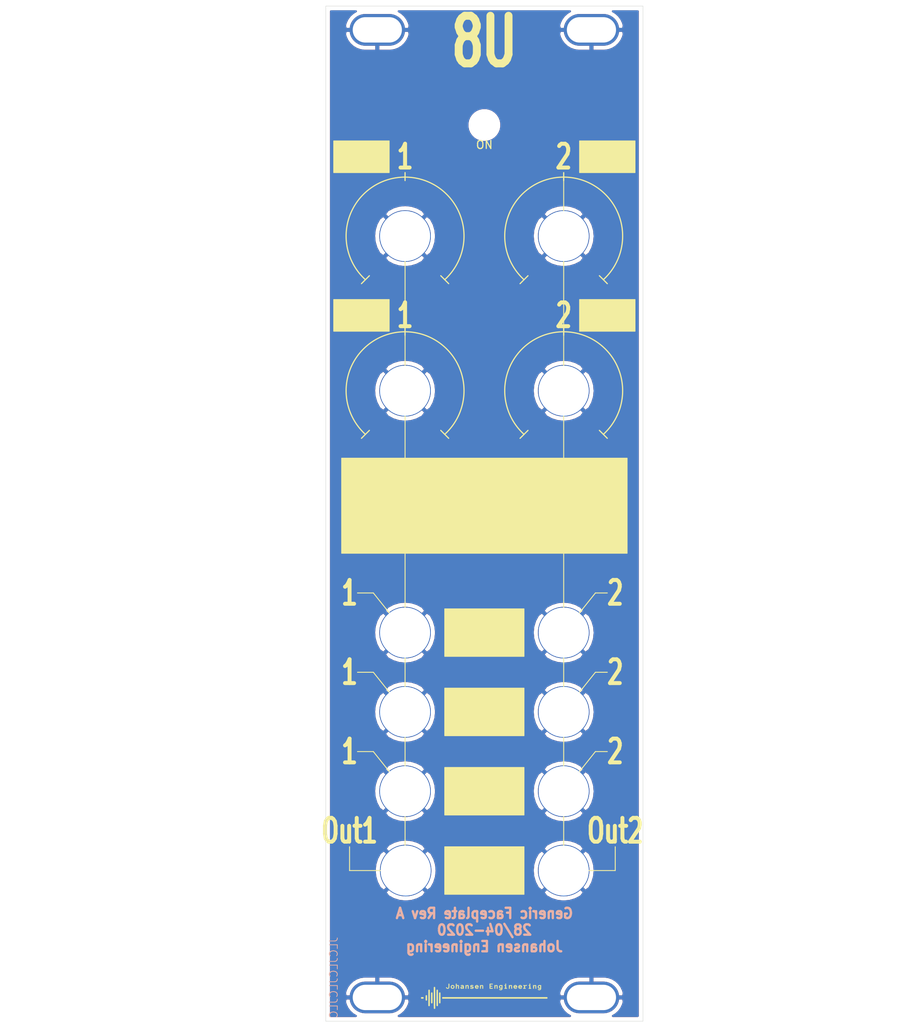
<source format=kicad_pcb>
(kicad_pcb (version 20171130) (host pcbnew "(5.1.5)-3")

  (general
    (thickness 1.6)
    (drawings 66)
    (tracks 0)
    (zones 0)
    (modules 18)
    (nets 2)
  )

  (page A4)
  (layers
    (0 F.Cu signal)
    (31 B.Cu signal)
    (32 B.Adhes user)
    (33 F.Adhes user)
    (34 B.Paste user)
    (35 F.Paste user)
    (36 B.SilkS user)
    (37 F.SilkS user)
    (38 B.Mask user)
    (39 F.Mask user)
    (40 Dwgs.User user)
    (41 Cmts.User user)
    (42 Eco1.User user)
    (43 Eco2.User user)
    (44 Edge.Cuts user)
    (45 Margin user)
    (46 B.CrtYd user)
    (47 F.CrtYd user)
    (48 B.Fab user)
    (49 F.Fab user)
  )

  (setup
    (last_trace_width 0.15)
    (trace_clearance 0.15)
    (zone_clearance 0.508)
    (zone_45_only no)
    (trace_min 0.15)
    (via_size 0.7)
    (via_drill 0.4)
    (via_min_size 0.4)
    (via_min_drill 0.3)
    (uvia_size 0.3)
    (uvia_drill 0.1)
    (uvias_allowed no)
    (uvia_min_size 0.2)
    (uvia_min_drill 0.1)
    (edge_width 0.05)
    (segment_width 0.2)
    (pcb_text_width 0.3)
    (pcb_text_size 1.5 1.5)
    (mod_edge_width 0.12)
    (mod_text_size 1 1)
    (mod_text_width 0.15)
    (pad_size 1.524 1.524)
    (pad_drill 0.762)
    (pad_to_mask_clearance 0.051)
    (solder_mask_min_width 0.25)
    (aux_axis_origin 0 0)
    (visible_elements 7FFFFFFF)
    (pcbplotparams
      (layerselection 0x010fc_ffffffff)
      (usegerberextensions false)
      (usegerberattributes true)
      (usegerberadvancedattributes false)
      (creategerberjobfile false)
      (excludeedgelayer false)
      (linewidth 0.150000)
      (plotframeref false)
      (viasonmask false)
      (mode 1)
      (useauxorigin false)
      (hpglpennumber 1)
      (hpglpenspeed 20)
      (hpglpendiameter 15.000000)
      (psnegative false)
      (psa4output false)
      (plotreference true)
      (plotvalue true)
      (plotinvisibletext false)
      (padsonsilk false)
      (subtractmaskfromsilk false)
      (outputformat 1)
      (mirror false)
      (drillshape 0)
      (scaleselection 1)
      (outputdirectory "GerberRevA_GenericFace"))
  )

  (net 0 "")
  (net 1 GND)

  (net_class Default "This is the default net class."
    (clearance 0.15)
    (trace_width 0.15)
    (via_dia 0.7)
    (via_drill 0.4)
    (uvia_dia 0.3)
    (uvia_drill 0.1)
  )

  (net_class Power ""
    (clearance 0.2)
    (trace_width 0.4)
    (via_dia 0.8)
    (via_drill 0.4)
    (uvia_dia 0.3)
    (uvia_drill 0.1)
    (add_net GND)
  )

  (module AJ:Jack_6m3 (layer F.Cu) (tedit 5E636D1F) (tstamp 5EA9BE74)
    (at 121 135)
    (descr "Mounting Hole 6.5mm, no annular")
    (tags "mounting hole 6.5mm no annular")
    (path /5EEAA042)
    (attr virtual)
    (fp_text reference TP103 (at 0 0) (layer F.SilkS) hide
      (effects (font (size 1 1) (thickness 0.15)))
    )
    (fp_text value In1 (at 0 0) (layer F.Fab)
      (effects (font (size 1 1) (thickness 0.15)))
    )
    (fp_text user %R (at 0.3 0) (layer F.Fab)
      (effects (font (size 1 1) (thickness 0.15)))
    )
    (fp_circle (center 0 0) (end 4.5 0) (layer Cmts.User) (width 0.15))
    (fp_circle (center 0 0) (end 5 0) (layer F.CrtYd) (width 0.05))
    (pad 1 thru_hole circle (at 0 0) (size 6.5 6.5) (drill 6.3) (layers *.Cu *.Mask)
      (net 1 GND))
  )

  (module AJ:Jack_6m3 (layer F.Cu) (tedit 5E636D1F) (tstamp 5EA9BE6D)
    (at 101 135)
    (descr "Mounting Hole 6.5mm, no annular")
    (tags "mounting hole 6.5mm no annular")
    (path /5EEA874B)
    (attr virtual)
    (fp_text reference TP108 (at 0 0) (layer F.SilkS) hide
      (effects (font (size 1 1) (thickness 0.15)))
    )
    (fp_text value PWM (at 0 0) (layer F.Fab)
      (effects (font (size 1 1) (thickness 0.15)))
    )
    (fp_text user %R (at 0.3 0) (layer F.Fab)
      (effects (font (size 1 1) (thickness 0.15)))
    )
    (fp_circle (center 0 0) (end 4.5 0) (layer Cmts.User) (width 0.15))
    (fp_circle (center 0 0) (end 5 0) (layer F.CrtYd) (width 0.05))
    (pad 1 thru_hole circle (at 0 0) (size 6.5 6.5) (drill 6.3) (layers *.Cu *.Mask)
      (net 1 GND))
  )

  (module AJ:Pot_6m3_scale1 (layer F.Cu) (tedit 5E636F49) (tstamp 5E78A3DC)
    (at 121 84.5)
    (descr "Mounting Hole 6.5mm, no annular")
    (tags "mounting hole 6.5mm no annular")
    (path /5EEAC9DC)
    (attr virtual)
    (fp_text reference TP107 (at 0 0) (layer F.SilkS) hide
      (effects (font (size 1 1) (thickness 0.15)))
    )
    (fp_text value OFF1 (at 0 3.5) (layer F.Fab)
      (effects (font (size 1 1) (thickness 0.15)))
    )
    (fp_line (start 0 -8) (end 0 -7) (layer F.SilkS) (width 0.15))
    (fp_line (start -4.5 5) (end -5.5 6) (layer F.SilkS) (width 0.15))
    (fp_line (start 5.5 6) (end 4.5 5) (layer F.SilkS) (width 0.15))
    (fp_arc (start 0 0) (end 5 5.5) (angle -275.452622) (layer F.SilkS) (width 0.15))
    (fp_circle (center 0 0) (end 7.5 0) (layer F.CrtYd) (width 0.05))
    (fp_circle (center 0 0) (end 6.5 -0.5) (layer Cmts.User) (width 0.15))
    (fp_text user %R (at 0.3 0) (layer F.Fab)
      (effects (font (size 1 1) (thickness 0.15)))
    )
    (pad 1 thru_hole circle (at 0 0) (size 6.5 6.5) (drill 6.3) (layers *.Cu *.Mask)
      (net 1 GND))
  )

  (module AJ:Pot_6m3_scale1 (layer F.Cu) (tedit 5E636F49) (tstamp 5E783DC7)
    (at 101 84.5)
    (descr "Mounting Hole 6.5mm, no annular")
    (tags "mounting hole 6.5mm no annular")
    (path /5EEAB808)
    (attr virtual)
    (fp_text reference TP112 (at 0 0) (layer F.SilkS) hide
      (effects (font (size 1 1) (thickness 0.15)))
    )
    (fp_text value Fine (at 0 3.5) (layer F.Fab)
      (effects (font (size 1 1) (thickness 0.15)))
    )
    (fp_text user %R (at 0.3 0) (layer F.Fab)
      (effects (font (size 1 1) (thickness 0.15)))
    )
    (fp_circle (center 0 0) (end 6.5 -0.5) (layer Cmts.User) (width 0.15))
    (fp_circle (center 0 0) (end 7.5 0) (layer F.CrtYd) (width 0.05))
    (fp_arc (start 0 0) (end 5 5.5) (angle -275.452622) (layer F.SilkS) (width 0.15))
    (fp_line (start 5.5 6) (end 4.5 5) (layer F.SilkS) (width 0.15))
    (fp_line (start -4.5 5) (end -5.5 6) (layer F.SilkS) (width 0.15))
    (fp_line (start 0 -8) (end 0 -7) (layer F.SilkS) (width 0.15))
    (pad 1 thru_hole circle (at 0 0) (size 6.5 6.5) (drill 6.3) (layers *.Cu *.Mask)
      (net 1 GND))
  )

  (module AJ:Johansen_engineering_logo_20mm (layer F.Cu) (tedit 0) (tstamp 5E66940B)
    (at 111 161)
    (fp_text reference G*** (at 0 0) (layer F.SilkS) hide
      (effects (font (size 1.524 1.524) (thickness 0.3)))
    )
    (fp_text value LOGO (at 0.75 0) (layer F.SilkS) hide
      (effects (font (size 1.524 1.524) (thickness 0.3)))
    )
    (fp_poly (pts (xy 5.7912 -1.6002) (xy 5.6769 -1.6002) (xy 5.6769 -1.7272) (xy 5.7912 -1.7272)
      (xy 5.7912 -1.6002)) (layer F.SilkS) (width 0.01))
    (fp_poly (pts (xy 2.7432 -1.6002) (xy 2.6289 -1.6002) (xy 2.6289 -1.7272) (xy 2.7432 -1.7272)
      (xy 2.7432 -1.6002)) (layer F.SilkS) (width 0.01))
    (fp_poly (pts (xy 6.438114 -1.557682) (xy 6.473195 -1.540877) (xy 6.492674 -1.525074) (xy 6.53415 -1.488047)
      (xy 6.538239 -1.296474) (xy 6.542329 -1.1049) (xy 6.4389 -1.1049) (xy 6.4389 -1.269093)
      (xy 6.438314 -1.340183) (xy 6.436253 -1.390123) (xy 6.432258 -1.423146) (xy 6.42587 -1.44348)
      (xy 6.418942 -1.453243) (xy 6.385287 -1.471026) (xy 6.34556 -1.469126) (xy 6.306502 -1.449796)
      (xy 6.274851 -1.415286) (xy 6.268062 -1.402846) (xy 6.256927 -1.366194) (xy 6.250505 -1.311371)
      (xy 6.2484 -1.23495) (xy 6.2484 -1.1049) (xy 6.1468 -1.1049) (xy 6.1468 -1.5494)
      (xy 6.1976 -1.5494) (xy 6.230192 -1.547858) (xy 6.244681 -1.539719) (xy 6.24833 -1.519718)
      (xy 6.2484 -1.51257) (xy 6.2484 -1.47574) (xy 6.29158 -1.51892) (xy 6.323768 -1.546762)
      (xy 6.354315 -1.559316) (xy 6.392979 -1.5621) (xy 6.438114 -1.557682)) (layer F.SilkS) (width 0.01))
    (fp_poly (pts (xy 5.7912 -1.1938) (xy 5.842 -1.1938) (xy 5.874525 -1.192455) (xy 5.888979 -1.184146)
      (xy 5.892686 -1.162467) (xy 5.8928 -1.14935) (xy 5.8928 -1.1049) (xy 5.588 -1.1049)
      (xy 5.588 -1.14935) (xy 5.589965 -1.179142) (xy 5.601057 -1.19136) (xy 5.629066 -1.193795)
      (xy 5.63245 -1.1938) (xy 5.6769 -1.1938) (xy 5.6769 -1.4605) (xy 5.63245 -1.4605)
      (xy 5.602658 -1.462466) (xy 5.59044 -1.473558) (xy 5.588005 -1.501567) (xy 5.588 -1.50495)
      (xy 5.588 -1.5494) (xy 5.7912 -1.5494) (xy 5.7912 -1.1938)) (layer F.SilkS) (width 0.01))
    (fp_poly (pts (xy 5.333699 -1.559088) (xy 5.358516 -1.549115) (xy 5.365016 -1.529069) (xy 5.358113 -1.50037)
      (xy 5.347462 -1.474869) (xy 5.333608 -1.464519) (xy 5.307593 -1.46496) (xy 5.290351 -1.467394)
      (xy 5.229116 -1.466859) (xy 5.175228 -1.448209) (xy 5.135106 -1.414121) (xy 5.125293 -1.398632)
      (xy 5.112681 -1.358423) (xy 5.106047 -1.302265) (xy 5.1054 -1.276981) (xy 5.1054 -1.1938)
      (xy 5.1562 -1.1938) (xy 5.188725 -1.192455) (xy 5.203179 -1.184146) (xy 5.206886 -1.162467)
      (xy 5.207 -1.14935) (xy 5.207 -1.1049) (xy 4.9022 -1.1049) (xy 4.9022 -1.14935)
      (xy 4.903737 -1.17781) (xy 4.913233 -1.190458) (xy 4.93801 -1.193701) (xy 4.953 -1.1938)
      (xy 5.0038 -1.1938) (xy 5.0038 -1.4732) (xy 4.953 -1.4732) (xy 4.920426 -1.474705)
      (xy 4.905946 -1.482858) (xy 4.90228 -1.503119) (xy 4.9022 -1.5113) (xy 4.9022 -1.5494)
      (xy 5.1054 -1.5494) (xy 5.1054 -1.46711) (xy 5.138393 -1.502693) (xy 5.182463 -1.539231)
      (xy 5.233745 -1.557784) (xy 5.287201 -1.561906) (xy 5.333699 -1.559088)) (layer F.SilkS) (width 0.01))
    (fp_poly (pts (xy 3.390114 -1.557682) (xy 3.425195 -1.540877) (xy 3.444674 -1.525074) (xy 3.48615 -1.488047)
      (xy 3.490239 -1.296474) (xy 3.494329 -1.1049) (xy 3.3909 -1.1049) (xy 3.3909 -1.269093)
      (xy 3.390314 -1.340183) (xy 3.388253 -1.390123) (xy 3.384258 -1.423146) (xy 3.37787 -1.44348)
      (xy 3.370942 -1.453243) (xy 3.337287 -1.471026) (xy 3.29756 -1.469126) (xy 3.258502 -1.449796)
      (xy 3.226851 -1.415286) (xy 3.220062 -1.402846) (xy 3.208927 -1.366194) (xy 3.202505 -1.311371)
      (xy 3.2004 -1.23495) (xy 3.2004 -1.1049) (xy 3.0988 -1.1049) (xy 3.0988 -1.5494)
      (xy 3.1496 -1.5494) (xy 3.182192 -1.547858) (xy 3.196681 -1.539719) (xy 3.20033 -1.519718)
      (xy 3.2004 -1.51257) (xy 3.2004 -1.47574) (xy 3.24358 -1.51892) (xy 3.275768 -1.546762)
      (xy 3.306315 -1.559316) (xy 3.344979 -1.5621) (xy 3.390114 -1.557682)) (layer F.SilkS) (width 0.01))
    (fp_poly (pts (xy 2.7432 -1.1938) (xy 2.794 -1.1938) (xy 2.826525 -1.192455) (xy 2.840979 -1.184146)
      (xy 2.844686 -1.162467) (xy 2.8448 -1.14935) (xy 2.8448 -1.1049) (xy 2.54 -1.1049)
      (xy 2.54 -1.14935) (xy 2.541965 -1.179142) (xy 2.553057 -1.19136) (xy 2.581066 -1.193795)
      (xy 2.58445 -1.1938) (xy 2.6289 -1.1938) (xy 2.6289 -1.4605) (xy 2.58445 -1.4605)
      (xy 2.554658 -1.462466) (xy 2.54244 -1.473558) (xy 2.540005 -1.501567) (xy 2.54 -1.50495)
      (xy 2.54 -1.5494) (xy 2.7432 -1.5494) (xy 2.7432 -1.1938)) (layer F.SilkS) (width 0.01))
    (fp_poly (pts (xy 1.561314 -1.557682) (xy 1.596395 -1.540877) (xy 1.615874 -1.525074) (xy 1.65735 -1.488047)
      (xy 1.661439 -1.296474) (xy 1.665529 -1.1049) (xy 1.5621 -1.1049) (xy 1.5621 -1.269093)
      (xy 1.561514 -1.340183) (xy 1.559453 -1.390123) (xy 1.555458 -1.423146) (xy 1.54907 -1.44348)
      (xy 1.542142 -1.453243) (xy 1.508487 -1.471026) (xy 1.46876 -1.469126) (xy 1.429702 -1.449796)
      (xy 1.398051 -1.415286) (xy 1.391262 -1.402846) (xy 1.380127 -1.366194) (xy 1.373705 -1.311371)
      (xy 1.3716 -1.23495) (xy 1.3716 -1.1049) (xy 1.27 -1.1049) (xy 1.27 -1.5494)
      (xy 1.3208 -1.5494) (xy 1.353392 -1.547858) (xy 1.367881 -1.539719) (xy 1.37153 -1.519718)
      (xy 1.3716 -1.51257) (xy 1.3716 -1.47574) (xy 1.41478 -1.51892) (xy 1.446968 -1.546762)
      (xy 1.477515 -1.559316) (xy 1.516179 -1.5621) (xy 1.561314 -1.557682)) (layer F.SilkS) (width 0.01))
    (fp_poly (pts (xy 1.0541 -1.6383) (xy 0.762 -1.6383) (xy 0.762 -1.4605) (xy 0.9906 -1.4605)
      (xy 0.9906 -1.3716) (xy 0.762 -1.3716) (xy 0.762 -1.1938) (xy 1.0541 -1.1938)
      (xy 1.0541 -1.1049) (xy 0.6604 -1.1049) (xy 0.6604 -1.7272) (xy 1.0541 -1.7272)
      (xy 1.0541 -1.6383)) (layer F.SilkS) (width 0.01))
    (fp_poly (pts (xy -0.254786 -1.557682) (xy -0.219705 -1.540877) (xy -0.200226 -1.525074) (xy -0.15875 -1.488047)
      (xy -0.154661 -1.296474) (xy -0.150571 -1.1049) (xy -0.254 -1.1049) (xy -0.254 -1.269093)
      (xy -0.254586 -1.340183) (xy -0.256647 -1.390123) (xy -0.260642 -1.423146) (xy -0.26703 -1.44348)
      (xy -0.273958 -1.453243) (xy -0.307613 -1.471026) (xy -0.34734 -1.469126) (xy -0.386398 -1.449796)
      (xy -0.418049 -1.415286) (xy -0.424838 -1.402846) (xy -0.435973 -1.366194) (xy -0.442395 -1.311371)
      (xy -0.4445 -1.23495) (xy -0.4445 -1.1049) (xy -0.5461 -1.1049) (xy -0.5461 -1.5494)
      (xy -0.4953 -1.5494) (xy -0.462708 -1.547858) (xy -0.448219 -1.539719) (xy -0.44457 -1.519718)
      (xy -0.4445 -1.51257) (xy -0.4445 -1.47574) (xy -0.40132 -1.51892) (xy -0.369132 -1.546762)
      (xy -0.338585 -1.559316) (xy -0.299921 -1.5621) (xy -0.254786 -1.557682)) (layer F.SilkS) (width 0.01))
    (fp_poly (pts (xy -2.083586 -1.557682) (xy -2.048505 -1.540877) (xy -2.029026 -1.525074) (xy -1.98755 -1.488047)
      (xy -1.983461 -1.296474) (xy -1.979371 -1.1049) (xy -2.0828 -1.1049) (xy -2.0828 -1.269093)
      (xy -2.083386 -1.340183) (xy -2.085447 -1.390123) (xy -2.089442 -1.423146) (xy -2.09583 -1.44348)
      (xy -2.102758 -1.453243) (xy -2.136413 -1.471026) (xy -2.17614 -1.469126) (xy -2.215198 -1.449796)
      (xy -2.246849 -1.415286) (xy -2.253638 -1.402846) (xy -2.264773 -1.366194) (xy -2.271195 -1.311371)
      (xy -2.2733 -1.23495) (xy -2.2733 -1.1049) (xy -2.3749 -1.1049) (xy -2.3749 -1.5494)
      (xy -2.3241 -1.5494) (xy -2.291508 -1.547858) (xy -2.277019 -1.539719) (xy -2.27337 -1.519718)
      (xy -2.2733 -1.51257) (xy -2.2733 -1.47574) (xy -2.23012 -1.51892) (xy -2.197932 -1.546762)
      (xy -2.167385 -1.559316) (xy -2.128721 -1.5621) (xy -2.083586 -1.557682)) (layer F.SilkS) (width 0.01))
    (fp_poly (pts (xy -3.4925 -1.4728) (xy -3.456821 -1.512732) (xy -3.427389 -1.5394) (xy -3.393523 -1.553345)
      (xy -3.357035 -1.558824) (xy -3.316057 -1.560857) (xy -3.288191 -1.554679) (xy -3.261577 -1.536716)
      (xy -3.249839 -1.526515) (xy -3.20675 -1.488047) (xy -3.202661 -1.296474) (xy -3.198571 -1.1049)
      (xy -3.302 -1.1049) (xy -3.302 -1.269093) (xy -3.302586 -1.340183) (xy -3.304647 -1.390123)
      (xy -3.308642 -1.423146) (xy -3.31503 -1.44348) (xy -3.321958 -1.453243) (xy -3.355613 -1.471026)
      (xy -3.39534 -1.469126) (xy -3.434398 -1.449796) (xy -3.466049 -1.415286) (xy -3.472838 -1.402846)
      (xy -3.483973 -1.366194) (xy -3.490395 -1.311371) (xy -3.4925 -1.23495) (xy -3.4925 -1.1049)
      (xy -3.5941 -1.1049) (xy -3.5941 -1.7272) (xy -3.4925 -1.7272) (xy -3.4925 -1.4728)) (layer F.SilkS) (width 0.01))
    (fp_poly (pts (xy 4.580413 -1.554213) (xy 4.642081 -1.529509) (xy 4.682518 -1.496889) (xy 4.717361 -1.444956)
      (xy 4.744231 -1.376519) (xy 4.755115 -1.330325) (xy 4.76365 -1.2827) (xy 4.382044 -1.2827)
      (xy 4.396231 -1.251563) (xy 4.422015 -1.220722) (xy 4.463617 -1.196033) (xy 4.51148 -1.182529)
      (xy 4.529469 -1.181379) (xy 4.563706 -1.186876) (xy 4.605711 -1.200296) (xy 4.619304 -1.206015)
      (xy 4.672959 -1.230372) (xy 4.698501 -1.197899) (xy 4.724044 -1.165427) (xy 4.692542 -1.140647)
      (xy 4.634692 -1.109715) (xy 4.564466 -1.094349) (xy 4.490081 -1.095244) (xy 4.419751 -1.113091)
      (xy 4.410914 -1.116882) (xy 4.354086 -1.155589) (xy 4.313056 -1.209757) (xy 4.288965 -1.274104)
      (xy 4.282956 -1.343346) (xy 4.292211 -1.391565) (xy 4.393971 -1.391565) (xy 4.404865 -1.380108)
      (xy 4.436586 -1.373964) (xy 4.491057 -1.371724) (xy 4.51485 -1.3716) (xy 4.574137 -1.372497)
      (xy 4.611624 -1.375518) (xy 4.630856 -1.381158) (xy 4.6355 -1.388437) (xy 4.626899 -1.407855)
      (xy 4.605878 -1.433023) (xy 4.602726 -1.436062) (xy 4.568051 -1.458882) (xy 4.523684 -1.466715)
      (xy 4.51485 -1.46685) (xy 4.467831 -1.461049) (xy 4.432384 -1.440917) (xy 4.426973 -1.436062)
      (xy 4.401981 -1.409746) (xy 4.393971 -1.391565) (xy 4.292211 -1.391565) (xy 4.296172 -1.4122)
      (xy 4.329753 -1.475383) (xy 4.332623 -1.479111) (xy 4.382212 -1.523338) (xy 4.444216 -1.550809)
      (xy 4.51237 -1.561206) (xy 4.580413 -1.554213)) (layer F.SilkS) (width 0.01))
    (fp_poly (pts (xy 3.970813 -1.554213) (xy 4.032481 -1.529509) (xy 4.072918 -1.496889) (xy 4.107761 -1.444956)
      (xy 4.134631 -1.376519) (xy 4.145515 -1.330325) (xy 4.15405 -1.2827) (xy 3.772444 -1.2827)
      (xy 3.786631 -1.251563) (xy 3.812415 -1.220722) (xy 3.854017 -1.196033) (xy 3.90188 -1.182529)
      (xy 3.919869 -1.181379) (xy 3.954106 -1.186876) (xy 3.996111 -1.200296) (xy 4.009704 -1.206015)
      (xy 4.063359 -1.230372) (xy 4.088901 -1.197899) (xy 4.114444 -1.165427) (xy 4.082942 -1.140647)
      (xy 4.025092 -1.109715) (xy 3.954866 -1.094349) (xy 3.880481 -1.095244) (xy 3.810151 -1.113091)
      (xy 3.801314 -1.116882) (xy 3.744486 -1.155589) (xy 3.703456 -1.209757) (xy 3.679365 -1.274104)
      (xy 3.673356 -1.343346) (xy 3.682611 -1.391565) (xy 3.784371 -1.391565) (xy 3.795265 -1.380108)
      (xy 3.826986 -1.373964) (xy 3.881457 -1.371724) (xy 3.90525 -1.3716) (xy 3.964537 -1.372497)
      (xy 4.002024 -1.375518) (xy 4.021256 -1.381158) (xy 4.0259 -1.388437) (xy 4.017299 -1.407855)
      (xy 3.996278 -1.433023) (xy 3.993126 -1.436062) (xy 3.958451 -1.458882) (xy 3.914084 -1.466715)
      (xy 3.90525 -1.46685) (xy 3.858231 -1.461049) (xy 3.822784 -1.440917) (xy 3.817373 -1.436062)
      (xy 3.792381 -1.409746) (xy 3.784371 -1.391565) (xy 3.682611 -1.391565) (xy 3.686572 -1.4122)
      (xy 3.720153 -1.475383) (xy 3.723023 -1.479111) (xy 3.772612 -1.523338) (xy 3.834616 -1.550809)
      (xy 3.90277 -1.561206) (xy 3.970813 -1.554213)) (layer F.SilkS) (width 0.01))
    (fp_poly (pts (xy -0.893287 -1.554213) (xy -0.831619 -1.529509) (xy -0.791182 -1.496889) (xy -0.756339 -1.444956)
      (xy -0.729469 -1.376519) (xy -0.718585 -1.330325) (xy -0.71005 -1.2827) (xy -1.091656 -1.2827)
      (xy -1.077469 -1.251563) (xy -1.051685 -1.220722) (xy -1.010083 -1.196033) (xy -0.96222 -1.182529)
      (xy -0.944231 -1.181379) (xy -0.909994 -1.186876) (xy -0.867989 -1.200296) (xy -0.854396 -1.206015)
      (xy -0.800741 -1.230372) (xy -0.775199 -1.197899) (xy -0.749656 -1.165427) (xy -0.781158 -1.140647)
      (xy -0.839008 -1.109715) (xy -0.909234 -1.094349) (xy -0.983619 -1.095244) (xy -1.053949 -1.113091)
      (xy -1.062786 -1.116882) (xy -1.119614 -1.155589) (xy -1.160644 -1.209757) (xy -1.184735 -1.274104)
      (xy -1.190744 -1.343346) (xy -1.181489 -1.391565) (xy -1.079729 -1.391565) (xy -1.068835 -1.380108)
      (xy -1.037114 -1.373964) (xy -0.982643 -1.371724) (xy -0.95885 -1.3716) (xy -0.899563 -1.372497)
      (xy -0.862076 -1.375518) (xy -0.842844 -1.381158) (xy -0.8382 -1.388437) (xy -0.846801 -1.407855)
      (xy -0.867822 -1.433023) (xy -0.870974 -1.436062) (xy -0.905649 -1.458882) (xy -0.950016 -1.466715)
      (xy -0.95885 -1.46685) (xy -1.005869 -1.461049) (xy -1.041316 -1.440917) (xy -1.046727 -1.436062)
      (xy -1.071719 -1.409746) (xy -1.079729 -1.391565) (xy -1.181489 -1.391565) (xy -1.177528 -1.4122)
      (xy -1.143947 -1.475383) (xy -1.141077 -1.479111) (xy -1.091488 -1.523338) (xy -1.029484 -1.550809)
      (xy -0.96133 -1.561206) (xy -0.893287 -1.554213)) (layer F.SilkS) (width 0.01))
    (fp_poly (pts (xy -1.499368 -1.555614) (xy -1.44416 -1.541972) (xy -1.404078 -1.521893) (xy -1.399511 -1.518039)
      (xy -1.390917 -1.496999) (xy -1.395732 -1.471018) (xy -1.409704 -1.449342) (xy -1.428581 -1.441216)
      (xy -1.434188 -1.442638) (xy -1.484964 -1.458797) (xy -1.539754 -1.46749) (xy -1.592266 -1.468788)
      (xy -1.63621 -1.462765) (xy -1.665296 -1.449493) (xy -1.672404 -1.439896) (xy -1.674927 -1.423045)
      (xy -1.66548 -1.409718) (xy -1.640613 -1.398217) (xy -1.59688 -1.386848) (xy -1.542769 -1.376106)
      (xy -1.466464 -1.358051) (xy -1.412706 -1.335324) (xy -1.378777 -1.305842) (xy -1.361955 -1.267522)
      (xy -1.3589 -1.235272) (xy -1.370255 -1.184513) (xy -1.401971 -1.143588) (xy -1.450525 -1.113685)
      (xy -1.512393 -1.095996) (xy -1.584053 -1.091711) (xy -1.661981 -1.102018) (xy -1.711575 -1.116148)
      (xy -1.74983 -1.130218) (xy -1.777502 -1.14198) (xy -1.78631 -1.147076) (xy -1.787249 -1.162875)
      (xy -1.779123 -1.190996) (xy -1.777766 -1.194366) (xy -1.768832 -1.214471) (xy -1.75898 -1.22493)
      (xy -1.742547 -1.226014) (xy -1.713871 -1.217993) (xy -1.667288 -1.201137) (xy -1.6637 -1.199814)
      (xy -1.589338 -1.184145) (xy -1.545478 -1.18448) (xy -1.493214 -1.194302) (xy -1.464901 -1.209938)
      (xy -1.460543 -1.228742) (xy -1.480141 -1.248068) (xy -1.523697 -1.26527) (xy -1.545407 -1.270468)
      (xy -1.615533 -1.28559) (xy -1.665449 -1.298066) (xy -1.699967 -1.309613) (xy -1.723902 -1.321947)
      (xy -1.742064 -1.336782) (xy -1.747663 -1.342575) (xy -1.773593 -1.386491) (xy -1.777138 -1.43379)
      (xy -1.760004 -1.479802) (xy -1.723896 -1.519859) (xy -1.672399 -1.548593) (xy -1.621821 -1.559858)
      (xy -1.561366 -1.561887) (xy -1.499368 -1.555614)) (layer F.SilkS) (width 0.01))
    (fp_poly (pts (xy -2.68974 -1.543542) (xy -2.636031 -1.510856) (xy -2.618333 -1.492077) (xy -2.607265 -1.476043)
      (xy -2.599623 -1.45777) (xy -2.594782 -1.432463) (xy -2.592116 -1.395325) (xy -2.590999 -1.34156)
      (xy -2.5908 -1.280988) (xy -2.5908 -1.1049) (xy -2.6416 -1.1049) (xy -2.674784 -1.106998)
      (xy -2.689463 -1.115559) (xy -2.6924 -1.130681) (xy -2.693572 -1.146689) (xy -2.701127 -1.14832)
      (xy -2.721121 -1.135198) (xy -2.730465 -1.128319) (xy -2.776756 -1.105976) (xy -2.841775 -1.094886)
      (xy -2.844526 -1.094679) (xy -2.887907 -1.092528) (xy -2.915796 -1.096061) (xy -2.937974 -1.108454)
      (xy -2.964225 -1.132885) (xy -2.965211 -1.133871) (xy -2.994457 -1.167957) (xy -3.00754 -1.199444)
      (xy -3.0099 -1.228236) (xy -3.00627 -1.245312) (xy -2.906332 -1.245312) (xy -2.900867 -1.211646)
      (xy -2.875275 -1.190621) (xy -2.832426 -1.1841) (xy -2.81415 -1.185553) (xy -2.772017 -1.196275)
      (xy -2.734934 -1.214011) (xy -2.7316 -1.216351) (xy -2.70682 -1.244116) (xy -2.694732 -1.274431)
      (xy -2.693942 -1.294603) (xy -2.702043 -1.3044) (xy -2.725232 -1.307396) (xy -2.751882 -1.307384)
      (xy -2.819582 -1.301495) (xy -2.869617 -1.286312) (xy -2.899343 -1.262896) (xy -2.906332 -1.245312)
      (xy -3.00627 -1.245312) (xy -2.998431 -1.282175) (xy -2.964622 -1.32525) (xy -2.90937 -1.356852)
      (xy -2.833573 -1.37637) (xy -2.783817 -1.381711) (xy -2.736121 -1.385415) (xy -2.708713 -1.390045)
      (xy -2.696495 -1.397462) (xy -2.694371 -1.409525) (xy -2.694917 -1.414164) (xy -2.708173 -1.439067)
      (xy -2.732872 -1.459691) (xy -2.762864 -1.469361) (xy -2.804089 -1.469332) (xy -2.860594 -1.459217)
      (xy -2.928101 -1.441102) (xy -2.950633 -1.44152) (xy -2.967253 -1.462151) (xy -2.969537 -1.466955)
      (xy -2.978968 -1.493475) (xy -2.975184 -1.511471) (xy -2.954407 -1.525894) (xy -2.912857 -1.541697)
      (xy -2.912373 -1.541862) (xy -2.832843 -1.55988) (xy -2.756988 -1.560162) (xy -2.68974 -1.543542)) (layer F.SilkS) (width 0.01))
    (fp_poly (pts (xy -3.928234 -1.550875) (xy -3.863526 -1.518974) (xy -3.814138 -1.469054) (xy -3.782715 -1.403778)
      (xy -3.7719 -1.32715) (xy -3.783004 -1.249054) (xy -3.814658 -1.18411) (xy -3.864381 -1.134769)
      (xy -3.929689 -1.103479) (xy -4.008099 -1.092689) (xy -4.009618 -1.092698) (xy -4.055423 -1.096661)
      (xy -4.09736 -1.105996) (xy -4.10845 -1.110128) (xy -4.165573 -1.148536) (xy -4.207684 -1.203233)
      (xy -4.232914 -1.268775) (xy -4.238451 -1.329387) (xy -4.136311 -1.329387) (xy -4.129113 -1.278667)
      (xy -4.106582 -1.234684) (xy -4.070822 -1.202228) (xy -4.02394 -1.186087) (xy -3.988483 -1.186617)
      (xy -3.948482 -1.200439) (xy -3.912853 -1.224881) (xy -3.912283 -1.225445) (xy -3.892332 -1.250305)
      (xy -3.882596 -1.279342) (xy -3.879863 -1.322628) (xy -3.87985 -1.32715) (xy -3.882004 -1.371443)
      (xy -3.890817 -1.400991) (xy -3.909814 -1.426258) (xy -3.915064 -1.431637) (xy -3.945405 -1.45555)
      (xy -3.979953 -1.465539) (xy -4.008239 -1.46685) (xy -4.049347 -1.4636) (xy -4.077077 -1.450797)
      (xy -4.096284 -1.431875) (xy -4.12607 -1.382053) (xy -4.136311 -1.329387) (xy -4.238451 -1.329387)
      (xy -4.239395 -1.339717) (xy -4.225258 -1.410612) (xy -4.217797 -1.42875) (xy -4.177045 -1.493267)
      (xy -4.123606 -1.536131) (xy -4.055939 -1.558311) (xy -4.005616 -1.5621) (xy -3.928234 -1.550875)) (layer F.SilkS) (width 0.01))
    (fp_poly (pts (xy -4.4196 -1.488591) (xy -4.419793 -1.404055) (xy -4.420646 -1.340647) (xy -4.422573 -1.2941)
      (xy -4.425987 -1.260145) (xy -4.4313 -1.234512) (xy -4.438927 -1.212932) (xy -4.448175 -1.193316)
      (xy -4.485253 -1.140853) (xy -4.5212 -1.114445) (xy -4.57366 -1.098358) (xy -4.635735 -1.093623)
      (xy -4.694048 -1.100801) (xy -4.711694 -1.106468) (xy -4.760888 -1.136785) (xy -4.804109 -1.182386)
      (xy -4.820857 -1.209045) (xy -4.835563 -1.242359) (xy -4.834023 -1.262346) (xy -4.814179 -1.276747)
      (xy -4.801367 -1.282383) (xy -4.764497 -1.29121) (xy -4.742418 -1.282211) (xy -4.7371 -1.26403)
      (xy -4.726769 -1.242315) (xy -4.701312 -1.217181) (xy -4.669037 -1.195013) (xy -4.63825 -1.182196)
      (xy -4.629215 -1.1811) (xy -4.595624 -1.183479) (xy -4.569712 -1.192506) (xy -4.550511 -1.211022)
      (xy -4.537054 -1.241866) (xy -4.528372 -1.287878) (xy -4.523497 -1.351896) (xy -4.521461 -1.436762)
      (xy -4.5212 -1.49797) (xy -4.5212 -1.7272) (xy -4.4196 -1.7272) (xy -4.4196 -1.488591)) (layer F.SilkS) (width 0.01))
    (fp_poly (pts (xy 6.982474 -1.554547) (xy 7.01103 -1.542724) (xy 7.036696 -1.532792) (xy 7.048357 -1.535238)
      (xy 7.0485 -1.536374) (xy 7.059765 -1.544531) (xy 7.08791 -1.549068) (xy 7.0993 -1.5494)
      (xy 7.1501 -1.5494) (xy 7.1501 -1.297279) (xy 7.149965 -1.210807) (xy 7.149309 -1.145845)
      (xy 7.147751 -1.098503) (xy 7.144912 -1.064891) (xy 7.140412 -1.041121) (xy 7.133872 -1.023301)
      (xy 7.12491 -1.007543) (xy 7.121271 -1.002004) (xy 7.075865 -0.955806) (xy 7.015238 -0.92617)
      (xy 6.944389 -0.914287) (xy 6.868316 -0.921344) (xy 6.829304 -0.932553) (xy 6.783678 -0.95258)
      (xy 6.753552 -0.973524) (xy 6.7437 -0.990749) (xy 6.750936 -1.006855) (xy 6.765955 -1.027971)
      (xy 6.78821 -1.055454) (xy 6.85027 -1.028002) (xy 6.911509 -1.009375) (xy 6.965737 -1.008729)
      (xy 7.009169 -1.024672) (xy 7.038018 -1.055813) (xy 7.048499 -1.100762) (xy 7.0485 -1.100845)
      (xy 7.0485 -1.143653) (xy 7.01103 -1.124277) (xy 6.950461 -1.105468) (xy 6.890993 -1.109244)
      (xy 6.836141 -1.132901) (xy 6.78942 -1.173738) (xy 6.754344 -1.229054) (xy 6.734428 -1.296147)
      (xy 6.731306 -1.338056) (xy 6.833295 -1.338056) (xy 6.839837 -1.286997) (xy 6.862551 -1.241659)
      (xy 6.897497 -1.210892) (xy 6.935645 -1.199991) (xy 6.981196 -1.201232) (xy 7.020959 -1.213701)
      (xy 7.030583 -1.220141) (xy 7.040135 -1.240666) (xy 7.04631 -1.278318) (xy 7.049036 -1.325146)
      (xy 7.048245 -1.373197) (xy 7.043867 -1.41452) (xy 7.035831 -1.441162) (xy 7.032553 -1.445224)
      (xy 6.991884 -1.464636) (xy 6.942672 -1.468399) (xy 6.907954 -1.46015) (xy 6.867628 -1.431174)
      (xy 6.84265 -1.388296) (xy 6.833295 -1.338056) (xy 6.731306 -1.338056) (xy 6.731208 -1.339366)
      (xy 6.741573 -1.409478) (xy 6.769635 -1.469592) (xy 6.811576 -1.516931) (xy 6.863576 -1.548721)
      (xy 6.921815 -1.562184) (xy 6.982474 -1.554547)) (layer F.SilkS) (width 0.01))
    (fp_poly (pts (xy 2.105674 -1.554547) (xy 2.13423 -1.542724) (xy 2.159896 -1.532792) (xy 2.171557 -1.535238)
      (xy 2.1717 -1.536374) (xy 2.182965 -1.544531) (xy 2.21111 -1.549068) (xy 2.2225 -1.5494)
      (xy 2.2733 -1.5494) (xy 2.2733 -1.297279) (xy 2.273165 -1.210807) (xy 2.272509 -1.145845)
      (xy 2.270951 -1.098503) (xy 2.268112 -1.064891) (xy 2.263612 -1.041121) (xy 2.257072 -1.023301)
      (xy 2.24811 -1.007543) (xy 2.244471 -1.002004) (xy 2.199065 -0.955806) (xy 2.138438 -0.92617)
      (xy 2.067589 -0.914287) (xy 1.991516 -0.921344) (xy 1.952504 -0.932553) (xy 1.906878 -0.95258)
      (xy 1.876752 -0.973524) (xy 1.8669 -0.990749) (xy 1.874136 -1.006855) (xy 1.889155 -1.027971)
      (xy 1.91141 -1.055454) (xy 1.97347 -1.028002) (xy 2.034709 -1.009375) (xy 2.088937 -1.008729)
      (xy 2.132369 -1.024672) (xy 2.161218 -1.055813) (xy 2.171699 -1.100762) (xy 2.1717 -1.100845)
      (xy 2.1717 -1.143653) (xy 2.13423 -1.124277) (xy 2.073661 -1.105468) (xy 2.014193 -1.109244)
      (xy 1.959341 -1.132901) (xy 1.91262 -1.173738) (xy 1.877544 -1.229054) (xy 1.857628 -1.296147)
      (xy 1.854506 -1.338056) (xy 1.956495 -1.338056) (xy 1.963037 -1.286997) (xy 1.985751 -1.241659)
      (xy 2.020697 -1.210892) (xy 2.058845 -1.199991) (xy 2.104396 -1.201232) (xy 2.144159 -1.213701)
      (xy 2.153783 -1.220141) (xy 2.163335 -1.240666) (xy 2.16951 -1.278318) (xy 2.172236 -1.325146)
      (xy 2.171445 -1.373197) (xy 2.167067 -1.41452) (xy 2.159031 -1.441162) (xy 2.155753 -1.445224)
      (xy 2.115084 -1.464636) (xy 2.065872 -1.468399) (xy 2.031154 -1.46015) (xy 1.990828 -1.431174)
      (xy 1.96585 -1.388296) (xy 1.956495 -1.338056) (xy 1.854506 -1.338056) (xy 1.854408 -1.339366)
      (xy 1.864773 -1.409478) (xy 1.892835 -1.469592) (xy 1.934776 -1.516931) (xy 1.986776 -1.548721)
      (xy 2.045015 -1.562184) (xy 2.105674 -1.554547)) (layer F.SilkS) (width 0.01))
    (fp_poly (pts (xy 7.935286 -0.008707) (xy 7.958647 0.032187) (xy 7.960396 0.076811) (xy 7.940639 0.117299)
      (xy 7.933506 0.124786) (xy 7.904112 0.1524) (xy -5.281357 0.1524) (xy -5.307679 0.118937)
      (xy -5.326231 0.087072) (xy -5.334 0.057272) (xy -5.334 0.05715) (xy -5.326306 0.027404)
      (xy -5.307793 -0.004493) (xy -5.307679 -0.004638) (xy -5.281357 -0.0381) (xy 1.313157 -0.038101)
      (xy 7.907672 -0.038101) (xy 7.935286 -0.008707)) (layer F.SilkS) (width 0.01))
    (fp_poly (pts (xy -7.755957 -0.035608) (xy -7.707899 -0.026809) (xy -7.677895 -0.009719) (xy -7.662458 0.017645)
      (xy -7.6581 0.05715) (xy -7.662393 0.096532) (xy -7.677601 0.12378) (xy -7.707219 0.140862)
      (xy -7.754743 0.149745) (xy -7.823668 0.152395) (xy -7.827337 0.1524) (xy -7.884092 0.151825)
      (xy -7.921508 0.14929) (xy -7.945635 0.143576) (xy -7.962524 0.133466) (xy -7.973387 0.123006)
      (xy -7.996748 0.082112) (xy -7.998497 0.037488) (xy -7.97874 -0.003) (xy -7.971607 -0.010487)
      (xy -7.954426 -0.02382) (xy -7.933381 -0.032063) (xy -7.902262 -0.036388) (xy -7.854859 -0.03797)
      (xy -7.825557 -0.0381) (xy -7.755957 -0.035608)) (layer F.SilkS) (width 0.01))
    (fp_poly (pts (xy -7.295443 -0.286946) (xy -7.262632 -0.267843) (xy -7.253059 -0.259484) (xy -7.24573 -0.249697)
      (xy -7.240293 -0.235174) (xy -7.236395 -0.212609) (xy -7.233683 -0.178693) (xy -7.231806 -0.130118)
      (xy -7.230411 -0.063577) (xy -7.229146 0.024238) (xy -7.228812 0.049571) (xy -7.224974 0.342728)
      (xy -7.25681 0.374564) (xy -7.296565 0.401023) (xy -7.336473 0.402725) (xy -7.37396 0.379617)
      (xy -7.376487 0.377006) (xy -7.385325 0.366635) (xy -7.392044 0.354549) (xy -7.396935 0.337371)
      (xy -7.400286 0.311724) (xy -7.402389 0.274232) (xy -7.403532 0.22152) (xy -7.404006 0.15021)
      (xy -7.4041 0.056927) (xy -7.4041 0.05537) (xy -7.404035 -0.038071) (xy -7.403633 -0.109461)
      (xy -7.402587 -0.162154) (xy -7.400588 -0.199497) (xy -7.39733 -0.224844) (xy -7.392503 -0.241543)
      (xy -7.3858 -0.252945) (xy -7.376914 -0.262402) (xy -7.374707 -0.264487) (xy -7.33553 -0.288391)
      (xy -7.295443 -0.286946)) (layer F.SilkS) (width 0.01))
    (fp_poly (pts (xy -5.56964 -0.615852) (xy -5.5626 -0.6096) (xy -5.556882 -0.603181) (xy -5.552093 -0.59491)
      (xy -5.548151 -0.582635) (xy -5.544974 -0.564205) (xy -5.542478 -0.537468) (xy -5.540583 -0.500272)
      (xy -5.539205 -0.450467) (xy -5.538263 -0.3859) (xy -5.537674 -0.304421) (xy -5.537355 -0.203876)
      (xy -5.537225 -0.082116) (xy -5.5372 0.054324) (xy -5.537278 0.200224) (xy -5.537554 0.322823)
      (xy -5.538088 0.424218) (xy -5.538945 0.506508) (xy -5.540185 0.571791) (xy -5.541871 0.622165)
      (xy -5.544066 0.659728) (xy -5.546831 0.686578) (xy -5.550229 0.704814) (xy -5.554322 0.716533)
      (xy -5.556971 0.721074) (xy -5.586738 0.743781) (xy -5.626267 0.749686) (xy -5.666243 0.738757)
      (xy -5.689106 0.721505) (xy -5.694942 0.714613) (xy -5.699829 0.706105) (xy -5.70385 0.693817)
      (xy -5.70709 0.675586) (xy -5.709633 0.649248) (xy -5.711563 0.612641) (xy -5.712965 0.563601)
      (xy -5.713923 0.499964) (xy -5.714521 0.419567) (xy -5.714844 0.320246) (xy -5.714975 0.199839)
      (xy -5.715 0.05715) (xy -5.714975 -0.086357) (xy -5.714842 -0.206626) (xy -5.714518 -0.305822)
      (xy -5.713918 -0.386109) (xy -5.712957 -0.449648) (xy -5.711553 -0.498605) (xy -5.709619 -0.535142)
      (xy -5.707072 -0.561423) (xy -5.703828 -0.57961) (xy -5.699801 -0.591868) (xy -5.694909 -0.600359)
      (xy -5.689106 -0.607206) (xy -5.652262 -0.630057) (xy -5.609207 -0.633) (xy -5.56964 -0.615852)) (layer F.SilkS) (width 0.01))
    (fp_poly (pts (xy -6.585847 -0.626634) (xy -6.583677 -0.625281) (xy -6.574101 -0.617732) (xy -6.566052 -0.60754)
      (xy -6.559397 -0.592592) (xy -6.554006 -0.570773) (xy -6.549745 -0.539971) (xy -6.546483 -0.498069)
      (xy -6.544089 -0.442956) (xy -6.542429 -0.372516) (xy -6.541372 -0.284636) (xy -6.540787 -0.177201)
      (xy -6.540542 -0.048098) (xy -6.5405 0.06662) (xy -6.540527 0.208969) (xy -6.540663 0.3281)
      (xy -6.540995 0.426193) (xy -6.54161 0.505429) (xy -6.542594 0.567989) (xy -6.544032 0.616055)
      (xy -6.546012 0.651807) (xy -6.548619 0.677427) (xy -6.55194 0.695095) (xy -6.556061 0.706993)
      (xy -6.561067 0.715301) (xy -6.566395 0.721505) (xy -6.601291 0.744001) (xy -6.642129 0.749644)
      (xy -6.679597 0.738462) (xy -6.69853 0.721074) (xy -6.703044 0.712113) (xy -6.706828 0.697824)
      (xy -6.709944 0.676107) (xy -6.712454 0.644866) (xy -6.71442 0.602001) (xy -6.715906 0.545415)
      (xy -6.716972 0.473009) (xy -6.717681 0.382686) (xy -6.718095 0.272347) (xy -6.718277 0.139893)
      (xy -6.7183 0.054324) (xy -6.718273 -0.089453) (xy -6.718134 -0.209982) (xy -6.717803 -0.309414)
      (xy -6.717196 -0.3899) (xy -6.716232 -0.453593) (xy -6.714827 -0.502643) (xy -6.712901 -0.539203)
      (xy -6.71037 -0.565423) (xy -6.707152 -0.583456) (xy -6.703165 -0.595453) (xy -6.698327 -0.603566)
      (xy -6.6929 -0.6096) (xy -6.660323 -0.628507) (xy -6.620356 -0.6348) (xy -6.585847 -0.626634)) (layer F.SilkS) (width 0.01))
    (fp_poly (pts (xy -5.899947 -0.971912) (xy -5.878121 -0.95321) (xy -5.873799 -0.946928) (xy -5.870042 -0.938349)
      (xy -5.866812 -0.925761) (xy -5.864069 -0.907451) (xy -5.861773 -0.881706) (xy -5.859885 -0.846813)
      (xy -5.858365 -0.801061) (xy -5.857174 -0.742736) (xy -5.856271 -0.670125) (xy -5.855618 -0.581517)
      (xy -5.855174 -0.475198) (xy -5.854901 -0.349456) (xy -5.854758 -0.202578) (xy -5.854705 -0.032851)
      (xy -5.8547 0.059134) (xy -5.8547 1.042554) (xy -5.885873 1.073727) (xy -5.923826 1.099826)
      (xy -5.961067 1.100608) (xy -5.998937 1.076073) (xy -6.001328 1.073727) (xy -6.0325 1.042554)
      (xy -6.0325 0.059134) (xy -6.032478 -0.122409) (xy -6.032384 -0.280264) (xy -6.032179 -0.416144)
      (xy -6.031824 -0.531762) (xy -6.031278 -0.628831) (xy -6.030503 -0.709063) (xy -6.029458 -0.774171)
      (xy -6.028104 -0.825867) (xy -6.026401 -0.865865) (xy -6.02431 -0.895876) (xy -6.021791 -0.917614)
      (xy -6.018805 -0.932791) (xy -6.015311 -0.94312) (xy -6.01127 -0.950313) (xy -6.00908 -0.95321)
      (xy -5.974516 -0.977539) (xy -5.9436 -0.982134) (xy -5.899947 -0.971912)) (layer F.SilkS) (width 0.01))
    (fp_poly (pts (xy -6.943716 -0.976165) (xy -6.910397 -0.956449) (xy -6.891538 -0.924434) (xy -6.890291 -0.907327)
      (xy -6.8891 -0.866846) (xy -6.887983 -0.805015) (xy -6.886956 -0.72386) (xy -6.886034 -0.625406)
      (xy -6.885235 -0.511678) (xy -6.884573 -0.384701) (xy -6.884066 -0.246501) (xy -6.883729 -0.099103)
      (xy -6.883579 0.055468) (xy -6.883574 0.073602) (xy -6.8834 1.042554) (xy -6.914573 1.073727)
      (xy -6.951065 1.099588) (xy -6.987314 1.10115) (xy -7.027709 1.078601) (xy -7.027738 1.078578)
      (xy -7.0612 1.052256) (xy -7.0612 0.068093) (xy -7.061042 -0.14119) (xy -7.060563 -0.325406)
      (xy -7.05976 -0.484888) (xy -7.058628 -0.619967) (xy -7.057162 -0.730975) (xy -7.055359 -0.818245)
      (xy -7.053213 -0.882107) (xy -7.050721 -0.922893) (xy -7.047878 -0.940936) (xy -7.047728 -0.941243)
      (xy -7.020356 -0.969421) (xy -6.983027 -0.980776) (xy -6.943716 -0.976165)) (layer F.SilkS) (width 0.01))
    (fp_poly (pts (xy -6.229168 -1.306216) (xy -6.223922 -1.300038) (xy -6.219713 -1.294412) (xy -6.215978 -1.287885)
      (xy -6.21269 -1.278987) (xy -6.209819 -1.266249) (xy -6.207337 -1.248201) (xy -6.205217 -1.223373)
      (xy -6.203429 -1.190297) (xy -6.201946 -1.147503) (xy -6.200738 -1.093522) (xy -6.199778 -1.026883)
      (xy -6.199037 -0.946118) (xy -6.198486 -0.849757) (xy -6.198098 -0.736331) (xy -6.197844 -0.60437)
      (xy -6.197696 -0.452404) (xy -6.197625 -0.278965) (xy -6.197602 -0.082583) (xy -6.1976 0.062998)
      (xy -6.1976 1.392572) (xy -6.226994 1.420186) (xy -6.267058 1.443429) (xy -6.309329 1.444227)
      (xy -6.347001 1.42259) (xy -6.349506 1.420005) (xy -6.353639 1.415243) (xy -6.357307 1.409375)
      (xy -6.360537 1.400941) (xy -6.363359 1.388481) (xy -6.365798 1.370535) (xy -6.367884 1.345641)
      (xy -6.369643 1.312341) (xy -6.371104 1.269174) (xy -6.372295 1.21468) (xy -6.373242 1.147399)
      (xy -6.373974 1.06587) (xy -6.374518 0.968633) (xy -6.374903 0.854228) (xy -6.375156 0.721196)
      (xy -6.375304 0.568075) (xy -6.375376 0.393405) (xy -6.375399 0.195727) (xy -6.3754 0.056969)
      (xy -6.375401 -1.278273) (xy -6.346007 -1.305887) (xy -6.305943 -1.32977) (xy -6.265381 -1.329802)
      (xy -6.229168 -1.306216)) (layer F.SilkS) (width 0.01))
  )

  (module AJ:Jack_6m3 (layer F.Cu) (tedit 5E636D1F) (tstamp 5E63B2C9)
    (at 121 125)
    (descr "Mounting Hole 6.5mm, no annular")
    (tags "mounting hole 6.5mm no annular")
    (path /5EEAA042)
    (attr virtual)
    (fp_text reference TP103 (at 0 0) (layer F.SilkS) hide
      (effects (font (size 1 1) (thickness 0.15)))
    )
    (fp_text value In1 (at 0 0) (layer F.Fab)
      (effects (font (size 1 1) (thickness 0.15)))
    )
    (fp_circle (center 0 0) (end 5 0) (layer F.CrtYd) (width 0.05))
    (fp_circle (center 0 0) (end 4.5 0) (layer Cmts.User) (width 0.15))
    (fp_text user %R (at 0.3 0) (layer F.Fab)
      (effects (font (size 1 1) (thickness 0.15)))
    )
    (pad 1 thru_hole circle (at 0 0) (size 6.5 6.5) (drill 6.3) (layers *.Cu *.Mask)
      (net 1 GND))
  )

  (module AJ:Jack_6m3 (layer F.Cu) (tedit 5E636D1F) (tstamp 5E63B2D9)
    (at 121 145)
    (descr "Mounting Hole 6.5mm, no annular")
    (tags "mounting hole 6.5mm no annular")
    (path /5EEA942D)
    (attr virtual)
    (fp_text reference TP105 (at 0 0) (layer F.SilkS) hide
      (effects (font (size 1 1) (thickness 0.15)))
    )
    (fp_text value In3 (at 0 0) (layer F.Fab)
      (effects (font (size 1 1) (thickness 0.15)))
    )
    (fp_circle (center 0 0) (end 5 0) (layer F.CrtYd) (width 0.05))
    (fp_circle (center 0 0) (end 4.5 0) (layer Cmts.User) (width 0.15))
    (fp_text user %R (at 0.3 0) (layer F.Fab)
      (effects (font (size 1 1) (thickness 0.15)))
    )
    (pad 1 thru_hole circle (at 0 0) (size 6.5 6.5) (drill 6.3) (layers *.Cu *.Mask)
      (net 1 GND))
  )

  (module AJ:Jack_6m3 (layer F.Cu) (tedit 5E636D1F) (tstamp 5E63B2E9)
    (at 101.075001 145)
    (descr "Mounting Hole 6.5mm, no annular")
    (tags "mounting hole 6.5mm no annular")
    (path /5EEA8E6B)
    (attr virtual)
    (fp_text reference TP106 (at 0 0) (layer F.SilkS) hide
      (effects (font (size 1 1) (thickness 0.15)))
    )
    (fp_text value HS (at 0 0) (layer F.Fab)
      (effects (font (size 1 1) (thickness 0.15)))
    )
    (fp_circle (center 0 0) (end 5 0) (layer F.CrtYd) (width 0.05))
    (fp_circle (center 0 0) (end 4.5 0) (layer Cmts.User) (width 0.15))
    (fp_text user %R (at 0.3 0) (layer F.Fab)
      (effects (font (size 1 1) (thickness 0.15)))
    )
    (pad 1 thru_hole circle (at 0 0) (size 6.5 6.5) (drill 6.3) (layers *.Cu *.Mask)
      (net 1 GND))
  )

  (module AJ:Jack_6m3 (layer F.Cu) (tedit 5E636D1F) (tstamp 5E63B2F1)
    (at 121 115)
    (descr "Mounting Hole 6.5mm, no annular")
    (tags "mounting hole 6.5mm no annular")
    (path /5EEA8C5E)
    (attr virtual)
    (fp_text reference TP107 (at 0 0) (layer F.SilkS) hide
      (effects (font (size 1 1) (thickness 0.15)))
    )
    (fp_text value FM (at 0 0) (layer F.Fab)
      (effects (font (size 1 1) (thickness 0.15)))
    )
    (fp_text user %R (at 0.3 0) (layer F.Fab)
      (effects (font (size 1 1) (thickness 0.15)))
    )
    (fp_circle (center 0 0) (end 4.5 0) (layer Cmts.User) (width 0.15))
    (fp_circle (center 0 0) (end 5 0) (layer F.CrtYd) (width 0.05))
    (pad 1 thru_hole circle (at 0 0) (size 6.5 6.5) (drill 6.3) (layers *.Cu *.Mask)
      (net 1 GND))
  )

  (module AJ:Jack_6m3 (layer F.Cu) (tedit 5E636D1F) (tstamp 5E63B2F9)
    (at 101 125)
    (descr "Mounting Hole 6.5mm, no annular")
    (tags "mounting hole 6.5mm no annular")
    (path /5EEA874B)
    (attr virtual)
    (fp_text reference TP108 (at 0 0) (layer F.SilkS) hide
      (effects (font (size 1 1) (thickness 0.15)))
    )
    (fp_text value PWM (at 0 0) (layer F.Fab)
      (effects (font (size 1 1) (thickness 0.15)))
    )
    (fp_circle (center 0 0) (end 5 0) (layer F.CrtYd) (width 0.05))
    (fp_circle (center 0 0) (end 4.5 0) (layer Cmts.User) (width 0.15))
    (fp_text user %R (at 0.3 0) (layer F.Fab)
      (effects (font (size 1 1) (thickness 0.15)))
    )
    (pad 1 thru_hole circle (at 0 0) (size 6.5 6.5) (drill 6.3) (layers *.Cu *.Mask)
      (net 1 GND))
  )

  (module AJ:Jack_6m3 (layer F.Cu) (tedit 5E636D1F) (tstamp 5E63B309)
    (at 101 115)
    (descr "Mounting Hole 6.5mm, no annular")
    (tags "mounting hole 6.5mm no annular")
    (path /5EEA7CE8)
    (attr virtual)
    (fp_text reference TP102 (at 0 0) (layer F.SilkS) hide
      (effects (font (size 1 1) (thickness 0.15)))
    )
    (fp_text value SQ (at 0 0) (layer F.Fab)
      (effects (font (size 1 1) (thickness 0.15)))
    )
    (fp_circle (center 0 0) (end 5 0) (layer F.CrtYd) (width 0.05))
    (fp_circle (center 0 0) (end 4.5 0) (layer Cmts.User) (width 0.15))
    (fp_text user %R (at 0.3 0) (layer F.Fab)
      (effects (font (size 1 1) (thickness 0.15)))
    )
    (pad 1 thru_hole circle (at 0 0) (size 6.5 6.5) (drill 6.3) (layers *.Cu *.Mask)
      (net 1 GND))
  )

  (module AJ:Pot_6m3_scale1 (layer F.Cu) (tedit 5E636F49) (tstamp 5E63B31D)
    (at 101 65)
    (descr "Mounting Hole 6.5mm, no annular")
    (tags "mounting hole 6.5mm no annular")
    (path /5EEAB808)
    (attr virtual)
    (fp_text reference TP112 (at 0 0) (layer F.SilkS) hide
      (effects (font (size 1 1) (thickness 0.15)))
    )
    (fp_text value Fine (at 0 3.5) (layer F.Fab)
      (effects (font (size 1 1) (thickness 0.15)))
    )
    (fp_line (start 0 -8) (end 0 -7) (layer F.SilkS) (width 0.15))
    (fp_line (start -4.5 5) (end -5.5 6) (layer F.SilkS) (width 0.15))
    (fp_line (start 5.5 6) (end 4.5 5) (layer F.SilkS) (width 0.15))
    (fp_arc (start 0 0) (end 5 5.5) (angle -275.452622) (layer F.SilkS) (width 0.15))
    (fp_circle (center 0 0) (end 7.5 0) (layer F.CrtYd) (width 0.05))
    (fp_circle (center 0 0) (end 6.5 -0.5) (layer Cmts.User) (width 0.15))
    (fp_text user %R (at 0.3 0) (layer F.Fab)
      (effects (font (size 1 1) (thickness 0.15)))
    )
    (pad 1 thru_hole circle (at 0 0) (size 6.5 6.5) (drill 6.3) (layers *.Cu *.Mask)
      (net 1 GND))
  )

  (module AJ:Pot_6m3_scale1 (layer F.Cu) (tedit 5E636F49) (tstamp 5E63B329)
    (at 121 65)
    (descr "Mounting Hole 6.5mm, no annular")
    (tags "mounting hole 6.5mm no annular")
    (path /5EEAC9DC)
    (attr virtual)
    (fp_text reference TP107 (at 0 0) (layer F.SilkS) hide
      (effects (font (size 1 1) (thickness 0.15)))
    )
    (fp_text value OFF1 (at 0 3.5) (layer F.Fab)
      (effects (font (size 1 1) (thickness 0.15)))
    )
    (fp_text user %R (at 0.3 0) (layer F.Fab)
      (effects (font (size 1 1) (thickness 0.15)))
    )
    (fp_circle (center 0 0) (end 6.5 -0.5) (layer Cmts.User) (width 0.15))
    (fp_circle (center 0 0) (end 7.5 0) (layer F.CrtYd) (width 0.05))
    (fp_arc (start 0 0) (end 5 5.5) (angle -275.452622) (layer F.SilkS) (width 0.15))
    (fp_line (start 5.5 6) (end 4.5 5) (layer F.SilkS) (width 0.15))
    (fp_line (start -4.5 5) (end -5.5 6) (layer F.SilkS) (width 0.15))
    (fp_line (start 0 -8) (end 0 -7) (layer F.SilkS) (width 0.15))
    (pad 1 thru_hole circle (at 0 0) (size 6.5 6.5) (drill 6.3) (layers *.Cu *.Mask)
      (net 1 GND))
  )

  (module AJ:MountingHole_Eurorack3 (layer F.Cu) (tedit 5E638170) (tstamp 5E63B609)
    (at 97.5 39)
    (descr "Mounting Hole 6.5mm, no annular")
    (tags "mounting hole 6.5mm no annular")
    (path /5EF22F1C)
    (attr virtual)
    (fp_text reference H102 (at 0 -1.5) (layer Cmts.User)
      (effects (font (size 1 1) (thickness 0.15)))
    )
    (fp_text value MountingHole_Pad (at 0.25 0) (layer F.Fab)
      (effects (font (size 1 1) (thickness 0.15)))
    )
    (fp_text user %R (at 0.3 0) (layer F.Fab)
      (effects (font (size 1 1) (thickness 0.15)))
    )
    (pad 1 thru_hole oval (at 0 0) (size 7 4) (drill oval 6.2 3.2) (layers *.Cu *.Mask)
      (net 1 GND))
  )

  (module AJ:MountingHole_Eurorack3 (layer B.Cu) (tedit 5E638170) (tstamp 5E63B60F)
    (at 97.5 161)
    (descr "Mounting Hole 6.5mm, no annular")
    (tags "mounting hole 6.5mm no annular")
    (path /5EF24A8F)
    (attr virtual)
    (fp_text reference H103 (at 0 2.5) (layer Cmts.User)
      (effects (font (size 1 1) (thickness 0.15)))
    )
    (fp_text value MountingHole_Pad (at 0.25 0) (layer B.Fab)
      (effects (font (size 1 1) (thickness 0.15)) (justify mirror))
    )
    (fp_text user %R (at 0.3 0) (layer B.Fab)
      (effects (font (size 1 1) (thickness 0.15)) (justify mirror))
    )
    (pad 1 thru_hole oval (at 0 0) (size 7 4) (drill oval 6.2 3.2) (layers *.Cu *.Mask)
      (net 1 GND))
  )

  (module AJ:MountingHole_Eurorack3 (layer F.Cu) (tedit 5E638170) (tstamp 5E63B615)
    (at 124.5 39)
    (descr "Mounting Hole 6.5mm, no annular")
    (tags "mounting hole 6.5mm no annular")
    (path /5EF24C31)
    (attr virtual)
    (fp_text reference H104 (at 0 -1) (layer Cmts.User)
      (effects (font (size 1 1) (thickness 0.15)))
    )
    (fp_text value MountingHole_Pad (at 0.25 0) (layer F.Fab)
      (effects (font (size 1 1) (thickness 0.15)))
    )
    (fp_text user %R (at 0.3 0) (layer F.Fab)
      (effects (font (size 1 1) (thickness 0.15)))
    )
    (pad 1 thru_hole oval (at 0 0) (size 7 4) (drill oval 6.2 3.2) (layers *.Cu *.Mask)
      (net 1 GND))
  )

  (module AJ:MountingHole_Eurorack3 (layer B.Cu) (tedit 5E638170) (tstamp 5E63B61B)
    (at 124.5 161)
    (descr "Mounting Hole 6.5mm, no annular")
    (tags "mounting hole 6.5mm no annular")
    (path /5EF24E1C)
    (attr virtual)
    (fp_text reference H105 (at 0 2.5) (layer Cmts.User)
      (effects (font (size 1 1) (thickness 0.15)))
    )
    (fp_text value MountingHole_Pad (at 0.25 0) (layer B.Fab)
      (effects (font (size 1 1) (thickness 0.15)) (justify mirror))
    )
    (fp_text user %R (at 0.3 0) (layer B.Fab)
      (effects (font (size 1 1) (thickness 0.15)) (justify mirror))
    )
    (pad 1 thru_hole oval (at 0 0) (size 7 4) (drill oval 6.2 3.2) (layers *.Cu *.Mask)
      (net 1 GND))
  )

  (module AJ:LED_Hole_3mm (layer F.Cu) (tedit 5E639614) (tstamp 5E63B623)
    (at 111 51)
    (descr "Mounting Hole 2.5mm, no annular")
    (tags "mounting hole 2.5mm no annular")
    (path /5EF9702E)
    (attr virtual)
    (fp_text reference H101 (at 0 -1.75) (layer F.Fab)
      (effects (font (size 1 1) (thickness 0.15)))
    )
    (fp_text value ON (at 0 2.5) (layer F.SilkS)
      (effects (font (size 1 1) (thickness 0.15)))
    )
    (fp_text user %R (at 0.3 0) (layer F.Fab)
      (effects (font (size 1 1) (thickness 0.15)))
    )
    (fp_circle (center 0 0) (end 2.5 0) (layer Cmts.User) (width 0.15))
    (fp_circle (center 0 0) (end 2.75 0) (layer F.CrtYd) (width 0.05))
    (pad "" np_thru_hole circle (at 0 0) (size 3 3) (drill 3) (layers *.Cu *.Mask))
  )

  (gr_line (start 97 110) (end 95 110) (layer F.SilkS) (width 0.12) (tstamp 5EA9C197))
  (gr_line (start 101 115) (end 97 110) (layer F.SilkS) (width 0.12) (tstamp 5EA9C196))
  (gr_line (start 97 120) (end 95 120) (layer F.SilkS) (width 0.12) (tstamp 5EA9C193))
  (gr_line (start 101 125) (end 97 120) (layer F.SilkS) (width 0.12) (tstamp 5EA9C192))
  (gr_line (start 125 130) (end 126.5 130) (layer F.SilkS) (width 0.12) (tstamp 5EA9C0D7))
  (gr_line (start 121 135) (end 125 130) (layer F.SilkS) (width 0.12) (tstamp 5EA9C0D6))
  (gr_line (start 125 120) (end 126.5 120) (layer F.SilkS) (width 0.12) (tstamp 5EA9C0D3))
  (gr_line (start 121 125) (end 125 120) (layer F.SilkS) (width 0.12) (tstamp 5EA9C0D2))
  (gr_poly (pts (xy 116 148) (xy 106 148) (xy 106 142) (xy 116 142)) (layer F.SilkS) (width 0.1) (tstamp 5EA9BF63))
  (gr_poly (pts (xy 116 138) (xy 106 138) (xy 106 132) (xy 116 132)) (layer F.SilkS) (width 0.1) (tstamp 5EA9BF61))
  (gr_poly (pts (xy 116 128) (xy 106 128) (xy 106 122) (xy 116 122)) (layer F.SilkS) (width 0.1) (tstamp 5EA9BF5C))
  (gr_poly (pts (xy 129 105) (xy 93 105) (xy 93 93) (xy 129 93)) (layer F.SilkS) (width 0.1) (tstamp 5EA9BEFA))
  (gr_poly (pts (xy 116 118) (xy 106 118) (xy 106 112) (xy 116 112)) (layer F.SilkS) (width 0.1) (tstamp 5EA9BEDD))
  (gr_poly (pts (xy 99 77) (xy 92 77) (xy 92 73) (xy 99 73)) (layer F.SilkS) (width 0.1) (tstamp 5EA9BED6))
  (gr_poly (pts (xy 130 77) (xy 123 77) (xy 123 73) (xy 130 73)) (layer F.SilkS) (width 0.1) (tstamp 5EA9BECE))
  (gr_poly (pts (xy 130 57) (xy 123 57) (xy 123 53) (xy 130 53)) (layer F.SilkS) (width 0.1) (tstamp 5EA9BECA))
  (gr_poly (pts (xy 99 57) (xy 92 57) (xy 92 53) (xy 99 53)) (layer F.SilkS) (width 0.1))
  (gr_circle (center 121 135) (end 117.75 135.5) (layer Dwgs.User) (width 0.15) (tstamp 5EA9BE80))
  (gr_circle (center 101 135) (end 97.75 135.5) (layer Dwgs.User) (width 0.15) (tstamp 5EA9BE7D))
  (gr_line (start 97 130) (end 95 130) (layer F.SilkS) (width 0.12) (tstamp 5EA9C190))
  (gr_line (start 101 135) (end 97 130) (layer F.SilkS) (width 0.12) (tstamp 5EA9BE7B))
  (gr_text 1 (at 94 130) (layer F.SilkS) (tstamp 5EA9BE6C)
    (effects (font (size 3 2) (thickness 0.5)))
  )
  (gr_text 2 (at 127.5 130) (layer F.SilkS) (tstamp 5EA9BE6B)
    (effects (font (size 3 2) (thickness 0.5)))
  )
  (gr_text JLCJLCJLCJLC (at 92 158.5 90) (layer B.SilkS)
    (effects (font (size 1 1) (thickness 0.1)) (justify mirror))
  )
  (gr_text "Generic Faceplate Rev A\n28/04-2020\nJohansen Engineering" (at 111 152.5) (layer B.SilkS) (tstamp 5E7BBC4E)
    (effects (font (size 1.3 1.2) (thickness 0.3)) (justify mirror))
  )
  (gr_text 1 (at 101 75) (layer F.SilkS) (tstamp 5E7848E3)
    (effects (font (size 3 2) (thickness 0.5)))
  )
  (gr_text 1 (at 101 55) (layer F.SilkS) (tstamp 5E7848E0)
    (effects (font (size 3 2) (thickness 0.5)))
  )
  (gr_line (start 166 51) (end 50 51) (layer Dwgs.User) (width 0.15))
  (gr_line (start 150 145) (end 50 145) (layer Dwgs.User) (width 0.15))
  (gr_line (start 121 57.5) (end 121 145) (layer F.SilkS) (width 0.12))
  (gr_line (start 101 145) (end 101 65.5) (layer F.SilkS) (width 0.12) (tstamp 5E6392A9))
  (gr_line (start 121 115) (end 125 110) (layer F.SilkS) (width 0.12) (tstamp 5E6386C8))
  (gr_line (start 125 110) (end 126.5 110) (layer F.SilkS) (width 0.12) (tstamp 5E6386C7))
  (gr_line (start 127.5 145) (end 127.5 142) (layer F.SilkS) (width 0.12))
  (gr_line (start 121 145) (end 127.5 145) (layer F.SilkS) (width 0.12))
  (gr_line (start 94 145) (end 94 142) (layer F.SilkS) (width 0.12) (tstamp 5E638618))
  (gr_line (start 101 145) (end 94 145) (layer F.SilkS) (width 0.12) (tstamp 5E638617))
  (gr_text 1 (at 94 120) (layer F.SilkS) (tstamp 5E63698B)
    (effects (font (size 3 2) (thickness 0.5)))
  )
  (gr_text Out1 (at 94 140) (layer F.SilkS) (tstamp 5E636962)
    (effects (font (size 3 2) (thickness 0.5)))
  )
  (gr_text 1 (at 94 110) (layer F.SilkS) (tstamp 5E63698E)
    (effects (font (size 3 2) (thickness 0.5)))
  )
  (gr_text Out2 (at 127.5 140) (layer F.SilkS) (tstamp 5E63695A)
    (effects (font (size 3 2) (thickness 0.5)))
  )
  (gr_text 2 (at 127.5 120) (layer F.SilkS) (tstamp 5E63694F)
    (effects (font (size 3 2) (thickness 0.5)))
  )
  (gr_text 2 (at 127.5 110) (layer F.SilkS) (tstamp 5E636946)
    (effects (font (size 3 2) (thickness 0.5)))
  )
  (gr_text 2 (at 121 75) (layer F.SilkS) (tstamp 5E63691D)
    (effects (font (size 3 2) (thickness 0.5)))
  )
  (gr_text 2 (at 121 55) (layer F.SilkS) (tstamp 5E636915)
    (effects (font (size 3 2) (thickness 0.5)))
  )
  (gr_line (start 124.5 36) (end 124.5 164) (layer Dwgs.User) (width 0.15) (tstamp 5E636878))
  (gr_line (start 97.5 36) (end 97.5 164) (layer Dwgs.User) (width 0.15))
  (gr_line (start 91 161) (end 131 161) (layer Dwgs.User) (width 0.15) (tstamp 5E63680E))
  (gr_line (start 91 39) (end 131 39) (layer Dwgs.User) (width 0.15))
  (gr_line (start 91 164) (end 91 36) (layer Edge.Cuts) (width 0.05) (tstamp 5E636786))
  (gr_line (start 131 164) (end 91 164) (layer Edge.Cuts) (width 0.05))
  (gr_line (start 131 36) (end 131 164) (layer Edge.Cuts) (width 0.05))
  (gr_line (start 91 36) (end 131 36) (layer Edge.Cuts) (width 0.05))
  (gr_circle (center 101 145) (end 97.75 145.5) (layer Dwgs.User) (width 0.15) (tstamp 5E63673F))
  (gr_circle (center 121 115) (end 117.75 115.5) (layer Dwgs.User) (width 0.15) (tstamp 5E63673E))
  (gr_circle (center 101 125) (end 97.75 125.5) (layer Dwgs.User) (width 0.15) (tstamp 5E63673C))
  (gr_circle (center 121 145) (end 117.75 145.5) (layer Dwgs.User) (width 0.15) (tstamp 5E63673A))
  (gr_circle (center 121 65) (end 117.75 65.5) (layer Dwgs.User) (width 0.15) (tstamp 5E636737))
  (gr_circle (center 121 85) (end 117.75 85.5) (layer Dwgs.User) (width 0.15) (tstamp 5E636736))
  (gr_circle (center 101 65) (end 97.75 65.5) (layer Dwgs.User) (width 0.15) (tstamp 5E636735))
  (gr_circle (center 121 125) (end 117.75 125.5) (layer Dwgs.User) (width 0.15) (tstamp 5E636733))
  (gr_circle (center 101 115) (end 97.75 115.5) (layer Dwgs.User) (width 0.15) (tstamp 5E636732))
  (gr_line (start 121 50) (end 121 150) (layer Dwgs.User) (width 0.15) (tstamp 5E636721))
  (gr_line (start 111 50) (end 111 150) (layer Dwgs.User) (width 0.15) (tstamp 5E63671E))
  (gr_line (start 101 150) (end 101 50) (layer Dwgs.User) (width 0.15) (tstamp 5E63671D))
  (gr_text 8U (at 111 40.5) (layer F.SilkS) (tstamp 5D9D0DF8)
    (effects (font (size 6 4) (thickness 1)))
  )

  (zone (net 1) (net_name GND) (layer F.Cu) (tstamp 5EA9C2DE) (hatch edge 0.508)
    (connect_pads (clearance 0.508))
    (min_thickness 0.254)
    (fill yes (arc_segments 32) (thermal_gap 0.508) (thermal_bridge_width 0.508))
    (polygon
      (pts
        (xy 91 36) (xy 131 36) (xy 131 164) (xy 91 164)
      )
    )
    (filled_polygon
      (pts
        (xy 94.430475 36.879635) (xy 94.04697 37.226576) (xy 93.738519 37.641669) (xy 93.516975 38.108962) (xy 93.420333 38.462838)
        (xy 93.527009 38.873) (xy 97.373 38.873) (xy 97.373 38.853) (xy 97.627 38.853) (xy 97.627 38.873)
        (xy 101.472991 38.873) (xy 101.579667 38.462838) (xy 101.483025 38.108962) (xy 101.261481 37.641669) (xy 100.95303 37.226576)
        (xy 100.569525 36.879635) (xy 100.202314 36.66) (xy 121.797686 36.66) (xy 121.430475 36.879635) (xy 121.04697 37.226576)
        (xy 120.738519 37.641669) (xy 120.516975 38.108962) (xy 120.420333 38.462838) (xy 120.527009 38.873) (xy 124.373 38.873)
        (xy 124.373 38.853) (xy 124.627 38.853) (xy 124.627 38.873) (xy 128.472991 38.873) (xy 128.579667 38.462838)
        (xy 128.483025 38.108962) (xy 128.261481 37.641669) (xy 127.95303 37.226576) (xy 127.569525 36.879635) (xy 127.202314 36.66)
        (xy 130.34 36.66) (xy 130.340001 163.34) (xy 127.202314 163.34) (xy 127.569525 163.120365) (xy 127.95303 162.773424)
        (xy 128.261481 162.358331) (xy 128.483025 161.891038) (xy 128.579667 161.537162) (xy 128.472991 161.127) (xy 124.627 161.127)
        (xy 124.627 161.147) (xy 124.373 161.147) (xy 124.373 161.127) (xy 120.527009 161.127) (xy 120.420333 161.537162)
        (xy 120.516975 161.891038) (xy 120.738519 162.358331) (xy 121.04697 162.773424) (xy 121.430475 163.120365) (xy 121.797686 163.34)
        (xy 100.202314 163.34) (xy 100.569525 163.120365) (xy 100.95303 162.773424) (xy 101.261481 162.358331) (xy 101.483025 161.891038)
        (xy 101.579667 161.537162) (xy 101.472991 161.127) (xy 97.627 161.127) (xy 97.627 161.147) (xy 97.373 161.147)
        (xy 97.373 161.127) (xy 93.527009 161.127) (xy 93.420333 161.537162) (xy 93.516975 161.891038) (xy 93.738519 162.358331)
        (xy 94.04697 162.773424) (xy 94.430475 163.120365) (xy 94.797686 163.34) (xy 91.66 163.34) (xy 91.66 160.462838)
        (xy 93.420333 160.462838) (xy 93.527009 160.873) (xy 97.373 160.873) (xy 97.373 158.365) (xy 97.627 158.365)
        (xy 97.627 160.873) (xy 101.472991 160.873) (xy 101.579667 160.462838) (xy 120.420333 160.462838) (xy 120.527009 160.873)
        (xy 124.373 160.873) (xy 124.373 158.365) (xy 124.627 158.365) (xy 124.627 160.873) (xy 128.472991 160.873)
        (xy 128.579667 160.462838) (xy 128.483025 160.108962) (xy 128.261481 159.641669) (xy 127.95303 159.226576) (xy 127.569525 158.879635)
        (xy 127.125704 158.614178) (xy 126.638623 158.440407) (xy 126.127 158.365) (xy 124.627 158.365) (xy 124.373 158.365)
        (xy 122.873 158.365) (xy 122.361377 158.440407) (xy 121.874296 158.614178) (xy 121.430475 158.879635) (xy 121.04697 159.226576)
        (xy 120.738519 159.641669) (xy 120.516975 160.108962) (xy 120.420333 160.462838) (xy 101.579667 160.462838) (xy 101.483025 160.108962)
        (xy 101.261481 159.641669) (xy 100.95303 159.226576) (xy 100.569525 158.879635) (xy 100.125704 158.614178) (xy 99.638623 158.440407)
        (xy 99.127 158.365) (xy 97.627 158.365) (xy 97.373 158.365) (xy 95.873 158.365) (xy 95.361377 158.440407)
        (xy 94.874296 158.614178) (xy 94.430475 158.879635) (xy 94.04697 159.226576) (xy 93.738519 159.641669) (xy 93.516975 160.108962)
        (xy 93.420333 160.462838) (xy 91.66 160.462838) (xy 91.66 147.736428) (xy 98.518178 147.736428) (xy 98.884366 148.231216)
        (xy 99.556838 148.596501) (xy 100.287651 148.823575) (xy 101.048722 148.90371) (xy 101.810804 148.833828) (xy 102.544609 148.616614)
        (xy 103.221937 148.260416) (xy 103.265636 148.231216) (xy 103.631824 147.736428) (xy 118.443177 147.736428) (xy 118.809365 148.231216)
        (xy 119.481837 148.596501) (xy 120.21265 148.823575) (xy 120.973721 148.90371) (xy 121.735803 148.833828) (xy 122.469608 148.616614)
        (xy 123.146936 148.260416) (xy 123.190635 148.231216) (xy 123.556823 147.736428) (xy 121 145.179605) (xy 118.443177 147.736428)
        (xy 103.631824 147.736428) (xy 101.075001 145.179605) (xy 98.518178 147.736428) (xy 91.66 147.736428) (xy 91.66 144.973721)
        (xy 97.171291 144.973721) (xy 97.241173 145.735803) (xy 97.458387 146.469608) (xy 97.814585 147.146936) (xy 97.843785 147.190635)
        (xy 98.338573 147.556823) (xy 100.895396 145) (xy 101.254606 145) (xy 103.811429 147.556823) (xy 104.306217 147.190635)
        (xy 104.671502 146.518163) (xy 104.898576 145.78735) (xy 104.978711 145.026279) (xy 104.973892 144.973721) (xy 117.09629 144.973721)
        (xy 117.166172 145.735803) (xy 117.383386 146.469608) (xy 117.739584 147.146936) (xy 117.768784 147.190635) (xy 118.263572 147.556823)
        (xy 120.820395 145) (xy 121.179605 145) (xy 123.736428 147.556823) (xy 124.231216 147.190635) (xy 124.596501 146.518163)
        (xy 124.823575 145.78735) (xy 124.90371 145.026279) (xy 124.833828 144.264197) (xy 124.616614 143.530392) (xy 124.260416 142.853064)
        (xy 124.231216 142.809365) (xy 123.736428 142.443177) (xy 121.179605 145) (xy 120.820395 145) (xy 118.263572 142.443177)
        (xy 117.768784 142.809365) (xy 117.403499 143.481837) (xy 117.176425 144.21265) (xy 117.09629 144.973721) (xy 104.973892 144.973721)
        (xy 104.908829 144.264197) (xy 104.691615 143.530392) (xy 104.335417 142.853064) (xy 104.306217 142.809365) (xy 103.811429 142.443177)
        (xy 101.254606 145) (xy 100.895396 145) (xy 98.338573 142.443177) (xy 97.843785 142.809365) (xy 97.4785 143.481837)
        (xy 97.251426 144.21265) (xy 97.171291 144.973721) (xy 91.66 144.973721) (xy 91.66 142.263572) (xy 98.518178 142.263572)
        (xy 101.075001 144.820395) (xy 103.631824 142.263572) (xy 118.443177 142.263572) (xy 121 144.820395) (xy 123.556823 142.263572)
        (xy 123.190635 141.768784) (xy 122.518163 141.403499) (xy 121.78735 141.176425) (xy 121.026279 141.09629) (xy 120.264197 141.166172)
        (xy 119.530392 141.383386) (xy 118.853064 141.739584) (xy 118.809365 141.768784) (xy 118.443177 142.263572) (xy 103.631824 142.263572)
        (xy 103.265636 141.768784) (xy 102.593164 141.403499) (xy 101.862351 141.176425) (xy 101.10128 141.09629) (xy 100.339198 141.166172)
        (xy 99.605393 141.383386) (xy 98.928065 141.739584) (xy 98.884366 141.768784) (xy 98.518178 142.263572) (xy 91.66 142.263572)
        (xy 91.66 137.736428) (xy 98.443177 137.736428) (xy 98.809365 138.231216) (xy 99.481837 138.596501) (xy 100.21265 138.823575)
        (xy 100.973721 138.90371) (xy 101.735803 138.833828) (xy 102.469608 138.616614) (xy 103.146936 138.260416) (xy 103.190635 138.231216)
        (xy 103.556823 137.736428) (xy 118.443177 137.736428) (xy 118.809365 138.231216) (xy 119.481837 138.596501) (xy 120.21265 138.823575)
        (xy 120.973721 138.90371) (xy 121.735803 138.833828) (xy 122.469608 138.616614) (xy 123.146936 138.260416) (xy 123.190635 138.231216)
        (xy 123.556823 137.736428) (xy 121 135.179605) (xy 118.443177 137.736428) (xy 103.556823 137.736428) (xy 101 135.179605)
        (xy 98.443177 137.736428) (xy 91.66 137.736428) (xy 91.66 134.973721) (xy 97.09629 134.973721) (xy 97.166172 135.735803)
        (xy 97.383386 136.469608) (xy 97.739584 137.146936) (xy 97.768784 137.190635) (xy 98.263572 137.556823) (xy 100.820395 135)
        (xy 101.179605 135) (xy 103.736428 137.556823) (xy 104.231216 137.190635) (xy 104.596501 136.518163) (xy 104.823575 135.78735)
        (xy 104.90371 135.026279) (xy 104.898891 134.973721) (xy 117.09629 134.973721) (xy 117.166172 135.735803) (xy 117.383386 136.469608)
        (xy 117.739584 137.146936) (xy 117.768784 137.190635) (xy 118.263572 137.556823) (xy 120.820395 135) (xy 121.179605 135)
        (xy 123.736428 137.556823) (xy 124.231216 137.190635) (xy 124.596501 136.518163) (xy 124.823575 135.78735) (xy 124.90371 135.026279)
        (xy 124.833828 134.264197) (xy 124.616614 133.530392) (xy 124.260416 132.853064) (xy 124.231216 132.809365) (xy 123.736428 132.443177)
        (xy 121.179605 135) (xy 120.820395 135) (xy 118.263572 132.443177) (xy 117.768784 132.809365) (xy 117.403499 133.481837)
        (xy 117.176425 134.21265) (xy 117.09629 134.973721) (xy 104.898891 134.973721) (xy 104.833828 134.264197) (xy 104.616614 133.530392)
        (xy 104.260416 132.853064) (xy 104.231216 132.809365) (xy 103.736428 132.443177) (xy 101.179605 135) (xy 100.820395 135)
        (xy 98.263572 132.443177) (xy 97.768784 132.809365) (xy 97.403499 133.481837) (xy 97.176425 134.21265) (xy 97.09629 134.973721)
        (xy 91.66 134.973721) (xy 91.66 132.263572) (xy 98.443177 132.263572) (xy 101 134.820395) (xy 103.556823 132.263572)
        (xy 118.443177 132.263572) (xy 121 134.820395) (xy 123.556823 132.263572) (xy 123.190635 131.768784) (xy 122.518163 131.403499)
        (xy 121.78735 131.176425) (xy 121.026279 131.09629) (xy 120.264197 131.166172) (xy 119.530392 131.383386) (xy 118.853064 131.739584)
        (xy 118.809365 131.768784) (xy 118.443177 132.263572) (xy 103.556823 132.263572) (xy 103.190635 131.768784) (xy 102.518163 131.403499)
        (xy 101.78735 131.176425) (xy 101.026279 131.09629) (xy 100.264197 131.166172) (xy 99.530392 131.383386) (xy 98.853064 131.739584)
        (xy 98.809365 131.768784) (xy 98.443177 132.263572) (xy 91.66 132.263572) (xy 91.66 127.736428) (xy 98.443177 127.736428)
        (xy 98.809365 128.231216) (xy 99.481837 128.596501) (xy 100.21265 128.823575) (xy 100.973721 128.90371) (xy 101.735803 128.833828)
        (xy 102.469608 128.616614) (xy 103.146936 128.260416) (xy 103.190635 128.231216) (xy 103.556823 127.736428) (xy 118.443177 127.736428)
        (xy 118.809365 128.231216) (xy 119.481837 128.596501) (xy 120.21265 128.823575) (xy 120.973721 128.90371) (xy 121.735803 128.833828)
        (xy 122.469608 128.616614) (xy 123.146936 128.260416) (xy 123.190635 128.231216) (xy 123.556823 127.736428) (xy 121 125.179605)
        (xy 118.443177 127.736428) (xy 103.556823 127.736428) (xy 101 125.179605) (xy 98.443177 127.736428) (xy 91.66 127.736428)
        (xy 91.66 124.973721) (xy 97.09629 124.973721) (xy 97.166172 125.735803) (xy 97.383386 126.469608) (xy 97.739584 127.146936)
        (xy 97.768784 127.190635) (xy 98.263572 127.556823) (xy 100.820395 125) (xy 101.179605 125) (xy 103.736428 127.556823)
        (xy 104.231216 127.190635) (xy 104.596501 126.518163) (xy 104.823575 125.78735) (xy 104.90371 125.026279) (xy 104.898891 124.973721)
        (xy 117.09629 124.973721) (xy 117.166172 125.735803) (xy 117.383386 126.469608) (xy 117.739584 127.146936) (xy 117.768784 127.190635)
        (xy 118.263572 127.556823) (xy 120.820395 125) (xy 121.179605 125) (xy 123.736428 127.556823) (xy 124.231216 127.190635)
        (xy 124.596501 126.518163) (xy 124.823575 125.78735) (xy 124.90371 125.026279) (xy 124.833828 124.264197) (xy 124.616614 123.530392)
        (xy 124.260416 122.853064) (xy 124.231216 122.809365) (xy 123.736428 122.443177) (xy 121.179605 125) (xy 120.820395 125)
        (xy 118.263572 122.443177) (xy 117.768784 122.809365) (xy 117.403499 123.481837) (xy 117.176425 124.21265) (xy 117.09629 124.973721)
        (xy 104.898891 124.973721) (xy 104.833828 124.264197) (xy 104.616614 123.530392) (xy 104.260416 122.853064) (xy 104.231216 122.809365)
        (xy 103.736428 122.443177) (xy 101.179605 125) (xy 100.820395 125) (xy 98.263572 122.443177) (xy 97.768784 122.809365)
        (xy 97.403499 123.481837) (xy 97.176425 124.21265) (xy 97.09629 124.973721) (xy 91.66 124.973721) (xy 91.66 122.263572)
        (xy 98.443177 122.263572) (xy 101 124.820395) (xy 103.556823 122.263572) (xy 118.443177 122.263572) (xy 121 124.820395)
        (xy 123.556823 122.263572) (xy 123.190635 121.768784) (xy 122.518163 121.403499) (xy 121.78735 121.176425) (xy 121.026279 121.09629)
        (xy 120.264197 121.166172) (xy 119.530392 121.383386) (xy 118.853064 121.739584) (xy 118.809365 121.768784) (xy 118.443177 122.263572)
        (xy 103.556823 122.263572) (xy 103.190635 121.768784) (xy 102.518163 121.403499) (xy 101.78735 121.176425) (xy 101.026279 121.09629)
        (xy 100.264197 121.166172) (xy 99.530392 121.383386) (xy 98.853064 121.739584) (xy 98.809365 121.768784) (xy 98.443177 122.263572)
        (xy 91.66 122.263572) (xy 91.66 117.736428) (xy 98.443177 117.736428) (xy 98.809365 118.231216) (xy 99.481837 118.596501)
        (xy 100.21265 118.823575) (xy 100.973721 118.90371) (xy 101.735803 118.833828) (xy 102.469608 118.616614) (xy 103.146936 118.260416)
        (xy 103.190635 118.231216) (xy 103.556823 117.736428) (xy 118.443177 117.736428) (xy 118.809365 118.231216) (xy 119.481837 118.596501)
        (xy 120.21265 118.823575) (xy 120.973721 118.90371) (xy 121.735803 118.833828) (xy 122.469608 118.616614) (xy 123.146936 118.260416)
        (xy 123.190635 118.231216) (xy 123.556823 117.736428) (xy 121 115.179605) (xy 118.443177 117.736428) (xy 103.556823 117.736428)
        (xy 101 115.179605) (xy 98.443177 117.736428) (xy 91.66 117.736428) (xy 91.66 114.973721) (xy 97.09629 114.973721)
        (xy 97.166172 115.735803) (xy 97.383386 116.469608) (xy 97.739584 117.146936) (xy 97.768784 117.190635) (xy 98.263572 117.556823)
        (xy 100.820395 115) (xy 101.179605 115) (xy 103.736428 117.556823) (xy 104.231216 117.190635) (xy 104.596501 116.518163)
        (xy 104.823575 115.78735) (xy 104.90371 115.026279) (xy 104.898891 114.973721) (xy 117.09629 114.973721) (xy 117.166172 115.735803)
        (xy 117.383386 116.469608) (xy 117.739584 117.146936) (xy 117.768784 117.190635) (xy 118.263572 117.556823) (xy 120.820395 115)
        (xy 121.179605 115) (xy 123.736428 117.556823) (xy 124.231216 117.190635) (xy 124.596501 116.518163) (xy 124.823575 115.78735)
        (xy 124.90371 115.026279) (xy 124.833828 114.264197) (xy 124.616614 113.530392) (xy 124.260416 112.853064) (xy 124.231216 112.809365)
        (xy 123.736428 112.443177) (xy 121.179605 115) (xy 120.820395 115) (xy 118.263572 112.443177) (xy 117.768784 112.809365)
        (xy 117.403499 113.481837) (xy 117.176425 114.21265) (xy 117.09629 114.973721) (xy 104.898891 114.973721) (xy 104.833828 114.264197)
        (xy 104.616614 113.530392) (xy 104.260416 112.853064) (xy 104.231216 112.809365) (xy 103.736428 112.443177) (xy 101.179605 115)
        (xy 100.820395 115) (xy 98.263572 112.443177) (xy 97.768784 112.809365) (xy 97.403499 113.481837) (xy 97.176425 114.21265)
        (xy 97.09629 114.973721) (xy 91.66 114.973721) (xy 91.66 112.263572) (xy 98.443177 112.263572) (xy 101 114.820395)
        (xy 103.556823 112.263572) (xy 118.443177 112.263572) (xy 121 114.820395) (xy 123.556823 112.263572) (xy 123.190635 111.768784)
        (xy 122.518163 111.403499) (xy 121.78735 111.176425) (xy 121.026279 111.09629) (xy 120.264197 111.166172) (xy 119.530392 111.383386)
        (xy 118.853064 111.739584) (xy 118.809365 111.768784) (xy 118.443177 112.263572) (xy 103.556823 112.263572) (xy 103.190635 111.768784)
        (xy 102.518163 111.403499) (xy 101.78735 111.176425) (xy 101.026279 111.09629) (xy 100.264197 111.166172) (xy 99.530392 111.383386)
        (xy 98.853064 111.739584) (xy 98.809365 111.768784) (xy 98.443177 112.263572) (xy 91.66 112.263572) (xy 91.66 87.236428)
        (xy 98.443177 87.236428) (xy 98.809365 87.731216) (xy 99.481837 88.096501) (xy 100.21265 88.323575) (xy 100.973721 88.40371)
        (xy 101.735803 88.333828) (xy 102.469608 88.116614) (xy 103.146936 87.760416) (xy 103.190635 87.731216) (xy 103.556823 87.236428)
        (xy 118.443177 87.236428) (xy 118.809365 87.731216) (xy 119.481837 88.096501) (xy 120.21265 88.323575) (xy 120.973721 88.40371)
        (xy 121.735803 88.333828) (xy 122.469608 88.116614) (xy 123.146936 87.760416) (xy 123.190635 87.731216) (xy 123.556823 87.236428)
        (xy 121 84.679605) (xy 118.443177 87.236428) (xy 103.556823 87.236428) (xy 101 84.679605) (xy 98.443177 87.236428)
        (xy 91.66 87.236428) (xy 91.66 84.473721) (xy 97.09629 84.473721) (xy 97.166172 85.235803) (xy 97.383386 85.969608)
        (xy 97.739584 86.646936) (xy 97.768784 86.690635) (xy 98.263572 87.056823) (xy 100.820395 84.5) (xy 101.179605 84.5)
        (xy 103.736428 87.056823) (xy 104.231216 86.690635) (xy 104.596501 86.018163) (xy 104.823575 85.28735) (xy 104.90371 84.526279)
        (xy 104.898891 84.473721) (xy 117.09629 84.473721) (xy 117.166172 85.235803) (xy 117.383386 85.969608) (xy 117.739584 86.646936)
        (xy 117.768784 86.690635) (xy 118.263572 87.056823) (xy 120.820395 84.5) (xy 121.179605 84.5) (xy 123.736428 87.056823)
        (xy 124.231216 86.690635) (xy 124.596501 86.018163) (xy 124.823575 85.28735) (xy 124.90371 84.526279) (xy 124.833828 83.764197)
        (xy 124.616614 83.030392) (xy 124.260416 82.353064) (xy 124.231216 82.309365) (xy 123.736428 81.943177) (xy 121.179605 84.5)
        (xy 120.820395 84.5) (xy 118.263572 81.943177) (xy 117.768784 82.309365) (xy 117.403499 82.981837) (xy 117.176425 83.71265)
        (xy 117.09629 84.473721) (xy 104.898891 84.473721) (xy 104.833828 83.764197) (xy 104.616614 83.030392) (xy 104.260416 82.353064)
        (xy 104.231216 82.309365) (xy 103.736428 81.943177) (xy 101.179605 84.5) (xy 100.820395 84.5) (xy 98.263572 81.943177)
        (xy 97.768784 82.309365) (xy 97.403499 82.981837) (xy 97.176425 83.71265) (xy 97.09629 84.473721) (xy 91.66 84.473721)
        (xy 91.66 81.763572) (xy 98.443177 81.763572) (xy 101 84.320395) (xy 103.556823 81.763572) (xy 118.443177 81.763572)
        (xy 121 84.320395) (xy 123.556823 81.763572) (xy 123.190635 81.268784) (xy 122.518163 80.903499) (xy 121.78735 80.676425)
        (xy 121.026279 80.59629) (xy 120.264197 80.666172) (xy 119.530392 80.883386) (xy 118.853064 81.239584) (xy 118.809365 81.268784)
        (xy 118.443177 81.763572) (xy 103.556823 81.763572) (xy 103.190635 81.268784) (xy 102.518163 80.903499) (xy 101.78735 80.676425)
        (xy 101.026279 80.59629) (xy 100.264197 80.666172) (xy 99.530392 80.883386) (xy 98.853064 81.239584) (xy 98.809365 81.268784)
        (xy 98.443177 81.763572) (xy 91.66 81.763572) (xy 91.66 67.736428) (xy 98.443177 67.736428) (xy 98.809365 68.231216)
        (xy 99.481837 68.596501) (xy 100.21265 68.823575) (xy 100.973721 68.90371) (xy 101.735803 68.833828) (xy 102.469608 68.616614)
        (xy 103.146936 68.260416) (xy 103.190635 68.231216) (xy 103.556823 67.736428) (xy 118.443177 67.736428) (xy 118.809365 68.231216)
        (xy 119.481837 68.596501) (xy 120.21265 68.823575) (xy 120.973721 68.90371) (xy 121.735803 68.833828) (xy 122.469608 68.616614)
        (xy 123.146936 68.260416) (xy 123.190635 68.231216) (xy 123.556823 67.736428) (xy 121 65.179605) (xy 118.443177 67.736428)
        (xy 103.556823 67.736428) (xy 101 65.179605) (xy 98.443177 67.736428) (xy 91.66 67.736428) (xy 91.66 64.973721)
        (xy 97.09629 64.973721) (xy 97.166172 65.735803) (xy 97.383386 66.469608) (xy 97.739584 67.146936) (xy 97.768784 67.190635)
        (xy 98.263572 67.556823) (xy 100.820395 65) (xy 101.179605 65) (xy 103.736428 67.556823) (xy 104.231216 67.190635)
        (xy 104.596501 66.518163) (xy 104.823575 65.78735) (xy 104.90371 65.026279) (xy 104.898891 64.973721) (xy 117.09629 64.973721)
        (xy 117.166172 65.735803) (xy 117.383386 66.469608) (xy 117.739584 67.146936) (xy 117.768784 67.190635) (xy 118.263572 67.556823)
        (xy 120.820395 65) (xy 121.179605 65) (xy 123.736428 67.556823) (xy 124.231216 67.190635) (xy 124.596501 66.518163)
        (xy 124.823575 65.78735) (xy 124.90371 65.026279) (xy 124.833828 64.264197) (xy 124.616614 63.530392) (xy 124.260416 62.853064)
        (xy 124.231216 62.809365) (xy 123.736428 62.443177) (xy 121.179605 65) (xy 120.820395 65) (xy 118.263572 62.443177)
        (xy 117.768784 62.809365) (xy 117.403499 63.481837) (xy 117.176425 64.21265) (xy 117.09629 64.973721) (xy 104.898891 64.973721)
        (xy 104.833828 64.264197) (xy 104.616614 63.530392) (xy 104.260416 62.853064) (xy 104.231216 62.809365) (xy 103.736428 62.443177)
        (xy 101.179605 65) (xy 100.820395 65) (xy 98.263572 62.443177) (xy 97.768784 62.809365) (xy 97.403499 63.481837)
        (xy 97.176425 64.21265) (xy 97.09629 64.973721) (xy 91.66 64.973721) (xy 91.66 62.263572) (xy 98.443177 62.263572)
        (xy 101 64.820395) (xy 103.556823 62.263572) (xy 118.443177 62.263572) (xy 121 64.820395) (xy 123.556823 62.263572)
        (xy 123.190635 61.768784) (xy 122.518163 61.403499) (xy 121.78735 61.176425) (xy 121.026279 61.09629) (xy 120.264197 61.166172)
        (xy 119.530392 61.383386) (xy 118.853064 61.739584) (xy 118.809365 61.768784) (xy 118.443177 62.263572) (xy 103.556823 62.263572)
        (xy 103.190635 61.768784) (xy 102.518163 61.403499) (xy 101.78735 61.176425) (xy 101.026279 61.09629) (xy 100.264197 61.166172)
        (xy 99.530392 61.383386) (xy 98.853064 61.739584) (xy 98.809365 61.768784) (xy 98.443177 62.263572) (xy 91.66 62.263572)
        (xy 91.66 50.789721) (xy 108.865 50.789721) (xy 108.865 51.210279) (xy 108.947047 51.622756) (xy 109.107988 52.011302)
        (xy 109.341637 52.360983) (xy 109.639017 52.658363) (xy 109.988698 52.892012) (xy 110.377244 53.052953) (xy 110.789721 53.135)
        (xy 111.210279 53.135) (xy 111.622756 53.052953) (xy 112.011302 52.892012) (xy 112.360983 52.658363) (xy 112.658363 52.360983)
        (xy 112.892012 52.011302) (xy 113.052953 51.622756) (xy 113.135 51.210279) (xy 113.135 50.789721) (xy 113.052953 50.377244)
        (xy 112.892012 49.988698) (xy 112.658363 49.639017) (xy 112.360983 49.341637) (xy 112.011302 49.107988) (xy 111.622756 48.947047)
        (xy 111.210279 48.865) (xy 110.789721 48.865) (xy 110.377244 48.947047) (xy 109.988698 49.107988) (xy 109.639017 49.341637)
        (xy 109.341637 49.639017) (xy 109.107988 49.988698) (xy 108.947047 50.377244) (xy 108.865 50.789721) (xy 91.66 50.789721)
        (xy 91.66 39.537162) (xy 93.420333 39.537162) (xy 93.516975 39.891038) (xy 93.738519 40.358331) (xy 94.04697 40.773424)
        (xy 94.430475 41.120365) (xy 94.874296 41.385822) (xy 95.361377 41.559593) (xy 95.873 41.635) (xy 97.373 41.635)
        (xy 97.373 39.127) (xy 97.627 39.127) (xy 97.627 41.635) (xy 99.127 41.635) (xy 99.638623 41.559593)
        (xy 100.125704 41.385822) (xy 100.569525 41.120365) (xy 100.95303 40.773424) (xy 101.261481 40.358331) (xy 101.483025 39.891038)
        (xy 101.579667 39.537162) (xy 120.420333 39.537162) (xy 120.516975 39.891038) (xy 120.738519 40.358331) (xy 121.04697 40.773424)
        (xy 121.430475 41.120365) (xy 121.874296 41.385822) (xy 122.361377 41.559593) (xy 122.873 41.635) (xy 124.373 41.635)
        (xy 124.373 39.127) (xy 124.627 39.127) (xy 124.627 41.635) (xy 126.127 41.635) (xy 126.638623 41.559593)
        (xy 127.125704 41.385822) (xy 127.569525 41.120365) (xy 127.95303 40.773424) (xy 128.261481 40.358331) (xy 128.483025 39.891038)
        (xy 128.579667 39.537162) (xy 128.472991 39.127) (xy 124.627 39.127) (xy 124.373 39.127) (xy 120.527009 39.127)
        (xy 120.420333 39.537162) (xy 101.579667 39.537162) (xy 101.472991 39.127) (xy 97.627 39.127) (xy 97.373 39.127)
        (xy 93.527009 39.127) (xy 93.420333 39.537162) (xy 91.66 39.537162) (xy 91.66 36.66) (xy 94.797686 36.66)
      )
    )
  )
  (zone (net 1) (net_name GND) (layer B.Cu) (tstamp 5EA9C2DB) (hatch edge 0.508)
    (connect_pads (clearance 0.508))
    (min_thickness 0.254)
    (fill yes (arc_segments 32) (thermal_gap 0.508) (thermal_bridge_width 0.508))
    (polygon
      (pts
        (xy 91 36) (xy 131 36) (xy 131 164) (xy 91 164)
      )
    )
    (filled_polygon
      (pts
        (xy 94.430475 36.879635) (xy 94.04697 37.226576) (xy 93.738519 37.641669) (xy 93.516975 38.108962) (xy 93.420333 38.462838)
        (xy 93.527009 38.873) (xy 97.373 38.873) (xy 97.373 38.853) (xy 97.627 38.853) (xy 97.627 38.873)
        (xy 101.472991 38.873) (xy 101.579667 38.462838) (xy 101.483025 38.108962) (xy 101.261481 37.641669) (xy 100.95303 37.226576)
        (xy 100.569525 36.879635) (xy 100.202314 36.66) (xy 121.797686 36.66) (xy 121.430475 36.879635) (xy 121.04697 37.226576)
        (xy 120.738519 37.641669) (xy 120.516975 38.108962) (xy 120.420333 38.462838) (xy 120.527009 38.873) (xy 124.373 38.873)
        (xy 124.373 38.853) (xy 124.627 38.853) (xy 124.627 38.873) (xy 128.472991 38.873) (xy 128.579667 38.462838)
        (xy 128.483025 38.108962) (xy 128.261481 37.641669) (xy 127.95303 37.226576) (xy 127.569525 36.879635) (xy 127.202314 36.66)
        (xy 130.34 36.66) (xy 130.340001 163.34) (xy 127.202314 163.34) (xy 127.569525 163.120365) (xy 127.95303 162.773424)
        (xy 128.261481 162.358331) (xy 128.483025 161.891038) (xy 128.579667 161.537162) (xy 128.472991 161.127) (xy 124.627 161.127)
        (xy 124.627 161.147) (xy 124.373 161.147) (xy 124.373 161.127) (xy 120.527009 161.127) (xy 120.420333 161.537162)
        (xy 120.516975 161.891038) (xy 120.738519 162.358331) (xy 121.04697 162.773424) (xy 121.430475 163.120365) (xy 121.797686 163.34)
        (xy 100.202314 163.34) (xy 100.569525 163.120365) (xy 100.95303 162.773424) (xy 101.261481 162.358331) (xy 101.483025 161.891038)
        (xy 101.579667 161.537162) (xy 101.472991 161.127) (xy 97.627 161.127) (xy 97.627 161.147) (xy 97.373 161.147)
        (xy 97.373 161.127) (xy 93.527009 161.127) (xy 93.420333 161.537162) (xy 93.516975 161.891038) (xy 93.738519 162.358331)
        (xy 94.04697 162.773424) (xy 94.430475 163.120365) (xy 94.797686 163.34) (xy 91.66 163.34) (xy 91.66 160.462838)
        (xy 93.420333 160.462838) (xy 93.527009 160.873) (xy 97.373 160.873) (xy 97.373 158.365) (xy 97.627 158.365)
        (xy 97.627 160.873) (xy 101.472991 160.873) (xy 101.579667 160.462838) (xy 120.420333 160.462838) (xy 120.527009 160.873)
        (xy 124.373 160.873) (xy 124.373 158.365) (xy 124.627 158.365) (xy 124.627 160.873) (xy 128.472991 160.873)
        (xy 128.579667 160.462838) (xy 128.483025 160.108962) (xy 128.261481 159.641669) (xy 127.95303 159.226576) (xy 127.569525 158.879635)
        (xy 127.125704 158.614178) (xy 126.638623 158.440407) (xy 126.127 158.365) (xy 124.627 158.365) (xy 124.373 158.365)
        (xy 122.873 158.365) (xy 122.361377 158.440407) (xy 121.874296 158.614178) (xy 121.430475 158.879635) (xy 121.04697 159.226576)
        (xy 120.738519 159.641669) (xy 120.516975 160.108962) (xy 120.420333 160.462838) (xy 101.579667 160.462838) (xy 101.483025 160.108962)
        (xy 101.261481 159.641669) (xy 100.95303 159.226576) (xy 100.569525 158.879635) (xy 100.125704 158.614178) (xy 99.638623 158.440407)
        (xy 99.127 158.365) (xy 97.627 158.365) (xy 97.373 158.365) (xy 95.873 158.365) (xy 95.361377 158.440407)
        (xy 94.874296 158.614178) (xy 94.430475 158.879635) (xy 94.04697 159.226576) (xy 93.738519 159.641669) (xy 93.516975 160.108962)
        (xy 93.420333 160.462838) (xy 91.66 160.462838) (xy 91.66 147.736428) (xy 98.518178 147.736428) (xy 98.884366 148.231216)
        (xy 99.556838 148.596501) (xy 100.287651 148.823575) (xy 101.048722 148.90371) (xy 101.810804 148.833828) (xy 102.544609 148.616614)
        (xy 103.221937 148.260416) (xy 103.265636 148.231216) (xy 103.631824 147.736428) (xy 118.443177 147.736428) (xy 118.809365 148.231216)
        (xy 119.481837 148.596501) (xy 120.21265 148.823575) (xy 120.973721 148.90371) (xy 121.735803 148.833828) (xy 122.469608 148.616614)
        (xy 123.146936 148.260416) (xy 123.190635 148.231216) (xy 123.556823 147.736428) (xy 121 145.179605) (xy 118.443177 147.736428)
        (xy 103.631824 147.736428) (xy 101.075001 145.179605) (xy 98.518178 147.736428) (xy 91.66 147.736428) (xy 91.66 144.973721)
        (xy 97.171291 144.973721) (xy 97.241173 145.735803) (xy 97.458387 146.469608) (xy 97.814585 147.146936) (xy 97.843785 147.190635)
        (xy 98.338573 147.556823) (xy 100.895396 145) (xy 101.254606 145) (xy 103.811429 147.556823) (xy 104.306217 147.190635)
        (xy 104.671502 146.518163) (xy 104.898576 145.78735) (xy 104.978711 145.026279) (xy 104.973892 144.973721) (xy 117.09629 144.973721)
        (xy 117.166172 145.735803) (xy 117.383386 146.469608) (xy 117.739584 147.146936) (xy 117.768784 147.190635) (xy 118.263572 147.556823)
        (xy 120.820395 145) (xy 121.179605 145) (xy 123.736428 147.556823) (xy 124.231216 147.190635) (xy 124.596501 146.518163)
        (xy 124.823575 145.78735) (xy 124.90371 145.026279) (xy 124.833828 144.264197) (xy 124.616614 143.530392) (xy 124.260416 142.853064)
        (xy 124.231216 142.809365) (xy 123.736428 142.443177) (xy 121.179605 145) (xy 120.820395 145) (xy 118.263572 142.443177)
        (xy 117.768784 142.809365) (xy 117.403499 143.481837) (xy 117.176425 144.21265) (xy 117.09629 144.973721) (xy 104.973892 144.973721)
        (xy 104.908829 144.264197) (xy 104.691615 143.530392) (xy 104.335417 142.853064) (xy 104.306217 142.809365) (xy 103.811429 142.443177)
        (xy 101.254606 145) (xy 100.895396 145) (xy 98.338573 142.443177) (xy 97.843785 142.809365) (xy 97.4785 143.481837)
        (xy 97.251426 144.21265) (xy 97.171291 144.973721) (xy 91.66 144.973721) (xy 91.66 142.263572) (xy 98.518178 142.263572)
        (xy 101.075001 144.820395) (xy 103.631824 142.263572) (xy 118.443177 142.263572) (xy 121 144.820395) (xy 123.556823 142.263572)
        (xy 123.190635 141.768784) (xy 122.518163 141.403499) (xy 121.78735 141.176425) (xy 121.026279 141.09629) (xy 120.264197 141.166172)
        (xy 119.530392 141.383386) (xy 118.853064 141.739584) (xy 118.809365 141.768784) (xy 118.443177 142.263572) (xy 103.631824 142.263572)
        (xy 103.265636 141.768784) (xy 102.593164 141.403499) (xy 101.862351 141.176425) (xy 101.10128 141.09629) (xy 100.339198 141.166172)
        (xy 99.605393 141.383386) (xy 98.928065 141.739584) (xy 98.884366 141.768784) (xy 98.518178 142.263572) (xy 91.66 142.263572)
        (xy 91.66 137.736428) (xy 98.443177 137.736428) (xy 98.809365 138.231216) (xy 99.481837 138.596501) (xy 100.21265 138.823575)
        (xy 100.973721 138.90371) (xy 101.735803 138.833828) (xy 102.469608 138.616614) (xy 103.146936 138.260416) (xy 103.190635 138.231216)
        (xy 103.556823 137.736428) (xy 118.443177 137.736428) (xy 118.809365 138.231216) (xy 119.481837 138.596501) (xy 120.21265 138.823575)
        (xy 120.973721 138.90371) (xy 121.735803 138.833828) (xy 122.469608 138.616614) (xy 123.146936 138.260416) (xy 123.190635 138.231216)
        (xy 123.556823 137.736428) (xy 121 135.179605) (xy 118.443177 137.736428) (xy 103.556823 137.736428) (xy 101 135.179605)
        (xy 98.443177 137.736428) (xy 91.66 137.736428) (xy 91.66 134.973721) (xy 97.09629 134.973721) (xy 97.166172 135.735803)
        (xy 97.383386 136.469608) (xy 97.739584 137.146936) (xy 97.768784 137.190635) (xy 98.263572 137.556823) (xy 100.820395 135)
        (xy 101.179605 135) (xy 103.736428 137.556823) (xy 104.231216 137.190635) (xy 104.596501 136.518163) (xy 104.823575 135.78735)
        (xy 104.90371 135.026279) (xy 104.898891 134.973721) (xy 117.09629 134.973721) (xy 117.166172 135.735803) (xy 117.383386 136.469608)
        (xy 117.739584 137.146936) (xy 117.768784 137.190635) (xy 118.263572 137.556823) (xy 120.820395 135) (xy 121.179605 135)
        (xy 123.736428 137.556823) (xy 124.231216 137.190635) (xy 124.596501 136.518163) (xy 124.823575 135.78735) (xy 124.90371 135.026279)
        (xy 124.833828 134.264197) (xy 124.616614 133.530392) (xy 124.260416 132.853064) (xy 124.231216 132.809365) (xy 123.736428 132.443177)
        (xy 121.179605 135) (xy 120.820395 135) (xy 118.263572 132.443177) (xy 117.768784 132.809365) (xy 117.403499 133.481837)
        (xy 117.176425 134.21265) (xy 117.09629 134.973721) (xy 104.898891 134.973721) (xy 104.833828 134.264197) (xy 104.616614 133.530392)
        (xy 104.260416 132.853064) (xy 104.231216 132.809365) (xy 103.736428 132.443177) (xy 101.179605 135) (xy 100.820395 135)
        (xy 98.263572 132.443177) (xy 97.768784 132.809365) (xy 97.403499 133.481837) (xy 97.176425 134.21265) (xy 97.09629 134.973721)
        (xy 91.66 134.973721) (xy 91.66 132.263572) (xy 98.443177 132.263572) (xy 101 134.820395) (xy 103.556823 132.263572)
        (xy 118.443177 132.263572) (xy 121 134.820395) (xy 123.556823 132.263572) (xy 123.190635 131.768784) (xy 122.518163 131.403499)
        (xy 121.78735 131.176425) (xy 121.026279 131.09629) (xy 120.264197 131.166172) (xy 119.530392 131.383386) (xy 118.853064 131.739584)
        (xy 118.809365 131.768784) (xy 118.443177 132.263572) (xy 103.556823 132.263572) (xy 103.190635 131.768784) (xy 102.518163 131.403499)
        (xy 101.78735 131.176425) (xy 101.026279 131.09629) (xy 100.264197 131.166172) (xy 99.530392 131.383386) (xy 98.853064 131.739584)
        (xy 98.809365 131.768784) (xy 98.443177 132.263572) (xy 91.66 132.263572) (xy 91.66 127.736428) (xy 98.443177 127.736428)
        (xy 98.809365 128.231216) (xy 99.481837 128.596501) (xy 100.21265 128.823575) (xy 100.973721 128.90371) (xy 101.735803 128.833828)
        (xy 102.469608 128.616614) (xy 103.146936 128.260416) (xy 103.190635 128.231216) (xy 103.556823 127.736428) (xy 118.443177 127.736428)
        (xy 118.809365 128.231216) (xy 119.481837 128.596501) (xy 120.21265 128.823575) (xy 120.973721 128.90371) (xy 121.735803 128.833828)
        (xy 122.469608 128.616614) (xy 123.146936 128.260416) (xy 123.190635 128.231216) (xy 123.556823 127.736428) (xy 121 125.179605)
        (xy 118.443177 127.736428) (xy 103.556823 127.736428) (xy 101 125.179605) (xy 98.443177 127.736428) (xy 91.66 127.736428)
        (xy 91.66 124.973721) (xy 97.09629 124.973721) (xy 97.166172 125.735803) (xy 97.383386 126.469608) (xy 97.739584 127.146936)
        (xy 97.768784 127.190635) (xy 98.263572 127.556823) (xy 100.820395 125) (xy 101.179605 125) (xy 103.736428 127.556823)
        (xy 104.231216 127.190635) (xy 104.596501 126.518163) (xy 104.823575 125.78735) (xy 104.90371 125.026279) (xy 104.898891 124.973721)
        (xy 117.09629 124.973721) (xy 117.166172 125.735803) (xy 117.383386 126.469608) (xy 117.739584 127.146936) (xy 117.768784 127.190635)
        (xy 118.263572 127.556823) (xy 120.820395 125) (xy 121.179605 125) (xy 123.736428 127.556823) (xy 124.231216 127.190635)
        (xy 124.596501 126.518163) (xy 124.823575 125.78735) (xy 124.90371 125.026279) (xy 124.833828 124.264197) (xy 124.616614 123.530392)
        (xy 124.260416 122.853064) (xy 124.231216 122.809365) (xy 123.736428 122.443177) (xy 121.179605 125) (xy 120.820395 125)
        (xy 118.263572 122.443177) (xy 117.768784 122.809365) (xy 117.403499 123.481837) (xy 117.176425 124.21265) (xy 117.09629 124.973721)
        (xy 104.898891 124.973721) (xy 104.833828 124.264197) (xy 104.616614 123.530392) (xy 104.260416 122.853064) (xy 104.231216 122.809365)
        (xy 103.736428 122.443177) (xy 101.179605 125) (xy 100.820395 125) (xy 98.263572 122.443177) (xy 97.768784 122.809365)
        (xy 97.403499 123.481837) (xy 97.176425 124.21265) (xy 97.09629 124.973721) (xy 91.66 124.973721) (xy 91.66 122.263572)
        (xy 98.443177 122.263572) (xy 101 124.820395) (xy 103.556823 122.263572) (xy 118.443177 122.263572) (xy 121 124.820395)
        (xy 123.556823 122.263572) (xy 123.190635 121.768784) (xy 122.518163 121.403499) (xy 121.78735 121.176425) (xy 121.026279 121.09629)
        (xy 120.264197 121.166172) (xy 119.530392 121.383386) (xy 118.853064 121.739584) (xy 118.809365 121.768784) (xy 118.443177 122.263572)
        (xy 103.556823 122.263572) (xy 103.190635 121.768784) (xy 102.518163 121.403499) (xy 101.78735 121.176425) (xy 101.026279 121.09629)
        (xy 100.264197 121.166172) (xy 99.530392 121.383386) (xy 98.853064 121.739584) (xy 98.809365 121.768784) (xy 98.443177 122.263572)
        (xy 91.66 122.263572) (xy 91.66 117.736428) (xy 98.443177 117.736428) (xy 98.809365 118.231216) (xy 99.481837 118.596501)
        (xy 100.21265 118.823575) (xy 100.973721 118.90371) (xy 101.735803 118.833828) (xy 102.469608 118.616614) (xy 103.146936 118.260416)
        (xy 103.190635 118.231216) (xy 103.556823 117.736428) (xy 118.443177 117.736428) (xy 118.809365 118.231216) (xy 119.481837 118.596501)
        (xy 120.21265 118.823575) (xy 120.973721 118.90371) (xy 121.735803 118.833828) (xy 122.469608 118.616614) (xy 123.146936 118.260416)
        (xy 123.190635 118.231216) (xy 123.556823 117.736428) (xy 121 115.179605) (xy 118.443177 117.736428) (xy 103.556823 117.736428)
        (xy 101 115.179605) (xy 98.443177 117.736428) (xy 91.66 117.736428) (xy 91.66 114.973721) (xy 97.09629 114.973721)
        (xy 97.166172 115.735803) (xy 97.383386 116.469608) (xy 97.739584 117.146936) (xy 97.768784 117.190635) (xy 98.263572 117.556823)
        (xy 100.820395 115) (xy 101.179605 115) (xy 103.736428 117.556823) (xy 104.231216 117.190635) (xy 104.596501 116.518163)
        (xy 104.823575 115.78735) (xy 104.90371 115.026279) (xy 104.898891 114.973721) (xy 117.09629 114.973721) (xy 117.166172 115.735803)
        (xy 117.383386 116.469608) (xy 117.739584 117.146936) (xy 117.768784 117.190635) (xy 118.263572 117.556823) (xy 120.820395 115)
        (xy 121.179605 115) (xy 123.736428 117.556823) (xy 124.231216 117.190635) (xy 124.596501 116.518163) (xy 124.823575 115.78735)
        (xy 124.90371 115.026279) (xy 124.833828 114.264197) (xy 124.616614 113.530392) (xy 124.260416 112.853064) (xy 124.231216 112.809365)
        (xy 123.736428 112.443177) (xy 121.179605 115) (xy 120.820395 115) (xy 118.263572 112.443177) (xy 117.768784 112.809365)
        (xy 117.403499 113.481837) (xy 117.176425 114.21265) (xy 117.09629 114.973721) (xy 104.898891 114.973721) (xy 104.833828 114.264197)
        (xy 104.616614 113.530392) (xy 104.260416 112.853064) (xy 104.231216 112.809365) (xy 103.736428 112.443177) (xy 101.179605 115)
        (xy 100.820395 115) (xy 98.263572 112.443177) (xy 97.768784 112.809365) (xy 97.403499 113.481837) (xy 97.176425 114.21265)
        (xy 97.09629 114.973721) (xy 91.66 114.973721) (xy 91.66 112.263572) (xy 98.443177 112.263572) (xy 101 114.820395)
        (xy 103.556823 112.263572) (xy 118.443177 112.263572) (xy 121 114.820395) (xy 123.556823 112.263572) (xy 123.190635 111.768784)
        (xy 122.518163 111.403499) (xy 121.78735 111.176425) (xy 121.026279 111.09629) (xy 120.264197 111.166172) (xy 119.530392 111.383386)
        (xy 118.853064 111.739584) (xy 118.809365 111.768784) (xy 118.443177 112.263572) (xy 103.556823 112.263572) (xy 103.190635 111.768784)
        (xy 102.518163 111.403499) (xy 101.78735 111.176425) (xy 101.026279 111.09629) (xy 100.264197 111.166172) (xy 99.530392 111.383386)
        (xy 98.853064 111.739584) (xy 98.809365 111.768784) (xy 98.443177 112.263572) (xy 91.66 112.263572) (xy 91.66 87.236428)
        (xy 98.443177 87.236428) (xy 98.809365 87.731216) (xy 99.481837 88.096501) (xy 100.21265 88.323575) (xy 100.973721 88.40371)
        (xy 101.735803 88.333828) (xy 102.469608 88.116614) (xy 103.146936 87.760416) (xy 103.190635 87.731216) (xy 103.556823 87.236428)
        (xy 118.443177 87.236428) (xy 118.809365 87.731216) (xy 119.481837 88.096501) (xy 120.21265 88.323575) (xy 120.973721 88.40371)
        (xy 121.735803 88.333828) (xy 122.469608 88.116614) (xy 123.146936 87.760416) (xy 123.190635 87.731216) (xy 123.556823 87.236428)
        (xy 121 84.679605) (xy 118.443177 87.236428) (xy 103.556823 87.236428) (xy 101 84.679605) (xy 98.443177 87.236428)
        (xy 91.66 87.236428) (xy 91.66 84.473721) (xy 97.09629 84.473721) (xy 97.166172 85.235803) (xy 97.383386 85.969608)
        (xy 97.739584 86.646936) (xy 97.768784 86.690635) (xy 98.263572 87.056823) (xy 100.820395 84.5) (xy 101.179605 84.5)
        (xy 103.736428 87.056823) (xy 104.231216 86.690635) (xy 104.596501 86.018163) (xy 104.823575 85.28735) (xy 104.90371 84.526279)
        (xy 104.898891 84.473721) (xy 117.09629 84.473721) (xy 117.166172 85.235803) (xy 117.383386 85.969608) (xy 117.739584 86.646936)
        (xy 117.768784 86.690635) (xy 118.263572 87.056823) (xy 120.820395 84.5) (xy 121.179605 84.5) (xy 123.736428 87.056823)
        (xy 124.231216 86.690635) (xy 124.596501 86.018163) (xy 124.823575 85.28735) (xy 124.90371 84.526279) (xy 124.833828 83.764197)
        (xy 124.616614 83.030392) (xy 124.260416 82.353064) (xy 124.231216 82.309365) (xy 123.736428 81.943177) (xy 121.179605 84.5)
        (xy 120.820395 84.5) (xy 118.263572 81.943177) (xy 117.768784 82.309365) (xy 117.403499 82.981837) (xy 117.176425 83.71265)
        (xy 117.09629 84.473721) (xy 104.898891 84.473721) (xy 104.833828 83.764197) (xy 104.616614 83.030392) (xy 104.260416 82.353064)
        (xy 104.231216 82.309365) (xy 103.736428 81.943177) (xy 101.179605 84.5) (xy 100.820395 84.5) (xy 98.263572 81.943177)
        (xy 97.768784 82.309365) (xy 97.403499 82.981837) (xy 97.176425 83.71265) (xy 97.09629 84.473721) (xy 91.66 84.473721)
        (xy 91.66 81.763572) (xy 98.443177 81.763572) (xy 101 84.320395) (xy 103.556823 81.763572) (xy 118.443177 81.763572)
        (xy 121 84.320395) (xy 123.556823 81.763572) (xy 123.190635 81.268784) (xy 122.518163 80.903499) (xy 121.78735 80.676425)
        (xy 121.026279 80.59629) (xy 120.264197 80.666172) (xy 119.530392 80.883386) (xy 118.853064 81.239584) (xy 118.809365 81.268784)
        (xy 118.443177 81.763572) (xy 103.556823 81.763572) (xy 103.190635 81.268784) (xy 102.518163 80.903499) (xy 101.78735 80.676425)
        (xy 101.026279 80.59629) (xy 100.264197 80.666172) (xy 99.530392 80.883386) (xy 98.853064 81.239584) (xy 98.809365 81.268784)
        (xy 98.443177 81.763572) (xy 91.66 81.763572) (xy 91.66 67.736428) (xy 98.443177 67.736428) (xy 98.809365 68.231216)
        (xy 99.481837 68.596501) (xy 100.21265 68.823575) (xy 100.973721 68.90371) (xy 101.735803 68.833828) (xy 102.469608 68.616614)
        (xy 103.146936 68.260416) (xy 103.190635 68.231216) (xy 103.556823 67.736428) (xy 118.443177 67.736428) (xy 118.809365 68.231216)
        (xy 119.481837 68.596501) (xy 120.21265 68.823575) (xy 120.973721 68.90371) (xy 121.735803 68.833828) (xy 122.469608 68.616614)
        (xy 123.146936 68.260416) (xy 123.190635 68.231216) (xy 123.556823 67.736428) (xy 121 65.179605) (xy 118.443177 67.736428)
        (xy 103.556823 67.736428) (xy 101 65.179605) (xy 98.443177 67.736428) (xy 91.66 67.736428) (xy 91.66 64.973721)
        (xy 97.09629 64.973721) (xy 97.166172 65.735803) (xy 97.383386 66.469608) (xy 97.739584 67.146936) (xy 97.768784 67.190635)
        (xy 98.263572 67.556823) (xy 100.820395 65) (xy 101.179605 65) (xy 103.736428 67.556823) (xy 104.231216 67.190635)
        (xy 104.596501 66.518163) (xy 104.823575 65.78735) (xy 104.90371 65.026279) (xy 104.898891 64.973721) (xy 117.09629 64.973721)
        (xy 117.166172 65.735803) (xy 117.383386 66.469608) (xy 117.739584 67.146936) (xy 117.768784 67.190635) (xy 118.263572 67.556823)
        (xy 120.820395 65) (xy 121.179605 65) (xy 123.736428 67.556823) (xy 124.231216 67.190635) (xy 124.596501 66.518163)
        (xy 124.823575 65.78735) (xy 124.90371 65.026279) (xy 124.833828 64.264197) (xy 124.616614 63.530392) (xy 124.260416 62.853064)
        (xy 124.231216 62.809365) (xy 123.736428 62.443177) (xy 121.179605 65) (xy 120.820395 65) (xy 118.263572 62.443177)
        (xy 117.768784 62.809365) (xy 117.403499 63.481837) (xy 117.176425 64.21265) (xy 117.09629 64.973721) (xy 104.898891 64.973721)
        (xy 104.833828 64.264197) (xy 104.616614 63.530392) (xy 104.260416 62.853064) (xy 104.231216 62.809365) (xy 103.736428 62.443177)
        (xy 101.179605 65) (xy 100.820395 65) (xy 98.263572 62.443177) (xy 97.768784 62.809365) (xy 97.403499 63.481837)
        (xy 97.176425 64.21265) (xy 97.09629 64.973721) (xy 91.66 64.973721) (xy 91.66 62.263572) (xy 98.443177 62.263572)
        (xy 101 64.820395) (xy 103.556823 62.263572) (xy 118.443177 62.263572) (xy 121 64.820395) (xy 123.556823 62.263572)
        (xy 123.190635 61.768784) (xy 122.518163 61.403499) (xy 121.78735 61.176425) (xy 121.026279 61.09629) (xy 120.264197 61.166172)
        (xy 119.530392 61.383386) (xy 118.853064 61.739584) (xy 118.809365 61.768784) (xy 118.443177 62.263572) (xy 103.556823 62.263572)
        (xy 103.190635 61.768784) (xy 102.518163 61.403499) (xy 101.78735 61.176425) (xy 101.026279 61.09629) (xy 100.264197 61.166172)
        (xy 99.530392 61.383386) (xy 98.853064 61.739584) (xy 98.809365 61.768784) (xy 98.443177 62.263572) (xy 91.66 62.263572)
        (xy 91.66 50.789721) (xy 108.865 50.789721) (xy 108.865 51.210279) (xy 108.947047 51.622756) (xy 109.107988 52.011302)
        (xy 109.341637 52.360983) (xy 109.639017 52.658363) (xy 109.988698 52.892012) (xy 110.377244 53.052953) (xy 110.789721 53.135)
        (xy 111.210279 53.135) (xy 111.622756 53.052953) (xy 112.011302 52.892012) (xy 112.360983 52.658363) (xy 112.658363 52.360983)
        (xy 112.892012 52.011302) (xy 113.052953 51.622756) (xy 113.135 51.210279) (xy 113.135 50.789721) (xy 113.052953 50.377244)
        (xy 112.892012 49.988698) (xy 112.658363 49.639017) (xy 112.360983 49.341637) (xy 112.011302 49.107988) (xy 111.622756 48.947047)
        (xy 111.210279 48.865) (xy 110.789721 48.865) (xy 110.377244 48.947047) (xy 109.988698 49.107988) (xy 109.639017 49.341637)
        (xy 109.341637 49.639017) (xy 109.107988 49.988698) (xy 108.947047 50.377244) (xy 108.865 50.789721) (xy 91.66 50.789721)
        (xy 91.66 39.537162) (xy 93.420333 39.537162) (xy 93.516975 39.891038) (xy 93.738519 40.358331) (xy 94.04697 40.773424)
        (xy 94.430475 41.120365) (xy 94.874296 41.385822) (xy 95.361377 41.559593) (xy 95.873 41.635) (xy 97.373 41.635)
        (xy 97.373 39.127) (xy 97.627 39.127) (xy 97.627 41.635) (xy 99.127 41.635) (xy 99.638623 41.559593)
        (xy 100.125704 41.385822) (xy 100.569525 41.120365) (xy 100.95303 40.773424) (xy 101.261481 40.358331) (xy 101.483025 39.891038)
        (xy 101.579667 39.537162) (xy 120.420333 39.537162) (xy 120.516975 39.891038) (xy 120.738519 40.358331) (xy 121.04697 40.773424)
        (xy 121.430475 41.120365) (xy 121.874296 41.385822) (xy 122.361377 41.559593) (xy 122.873 41.635) (xy 124.373 41.635)
        (xy 124.373 39.127) (xy 124.627 39.127) (xy 124.627 41.635) (xy 126.127 41.635) (xy 126.638623 41.559593)
        (xy 127.125704 41.385822) (xy 127.569525 41.120365) (xy 127.95303 40.773424) (xy 128.261481 40.358331) (xy 128.483025 39.891038)
        (xy 128.579667 39.537162) (xy 128.472991 39.127) (xy 124.627 39.127) (xy 124.373 39.127) (xy 120.527009 39.127)
        (xy 120.420333 39.537162) (xy 101.579667 39.537162) (xy 101.472991 39.127) (xy 97.627 39.127) (xy 97.373 39.127)
        (xy 93.527009 39.127) (xy 93.420333 39.537162) (xy 91.66 39.537162) (xy 91.66 36.66) (xy 94.797686 36.66)
      )
    )
  )
)

</source>
